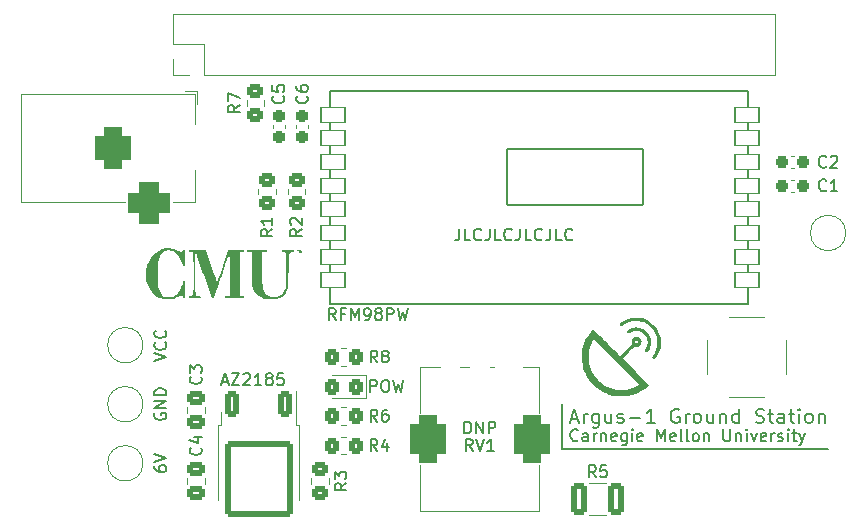
<source format=gto>
G04 #@! TF.GenerationSoftware,KiCad,Pcbnew,7.0.1*
G04 #@! TF.CreationDate,2023-11-13T16:16:04-05:00*
G04 #@! TF.ProjectId,Radio HAT,52616469-6f20-4484-9154-2e6b69636164,v1.1*
G04 #@! TF.SameCoordinates,Original*
G04 #@! TF.FileFunction,Legend,Top*
G04 #@! TF.FilePolarity,Positive*
%FSLAX46Y46*%
G04 Gerber Fmt 4.6, Leading zero omitted, Abs format (unit mm)*
G04 Created by KiCad (PCBNEW 7.0.1) date 2023-11-13 16:16:04*
%MOMM*%
%LPD*%
G01*
G04 APERTURE LIST*
G04 Aperture macros list*
%AMRoundRect*
0 Rectangle with rounded corners*
0 $1 Rounding radius*
0 $2 $3 $4 $5 $6 $7 $8 $9 X,Y pos of 4 corners*
0 Add a 4 corners polygon primitive as box body*
4,1,4,$2,$3,$4,$5,$6,$7,$8,$9,$2,$3,0*
0 Add four circle primitives for the rounded corners*
1,1,$1+$1,$2,$3*
1,1,$1+$1,$4,$5*
1,1,$1+$1,$6,$7*
1,1,$1+$1,$8,$9*
0 Add four rect primitives between the rounded corners*
20,1,$1+$1,$2,$3,$4,$5,0*
20,1,$1+$1,$4,$5,$6,$7,0*
20,1,$1+$1,$6,$7,$8,$9,0*
20,1,$1+$1,$8,$9,$2,$3,0*%
G04 Aperture macros list end*
%ADD10C,0.150000*%
%ADD11C,0.200000*%
%ADD12C,0.120000*%
%ADD13C,0.127000*%
%ADD14RoundRect,0.250000X0.350000X0.450000X-0.350000X0.450000X-0.350000X-0.450000X0.350000X-0.450000X0*%
%ADD15RoundRect,0.250000X-0.400000X-1.075000X0.400000X-1.075000X0.400000X1.075000X-0.400000X1.075000X0*%
%ADD16C,2.000000*%
%ADD17RoundRect,0.250000X0.450000X-0.350000X0.450000X0.350000X-0.450000X0.350000X-0.450000X-0.350000X0*%
%ADD18R,1.800000X1.800000*%
%ADD19C,1.800000*%
%ADD20RoundRect,0.750000X-0.750000X1.250000X-0.750000X-1.250000X0.750000X-1.250000X0.750000X1.250000X0*%
%ADD21RoundRect,0.250000X-0.475000X0.337500X-0.475000X-0.337500X0.475000X-0.337500X0.475000X0.337500X0*%
%ADD22RoundRect,0.237500X-0.237500X0.300000X-0.237500X-0.300000X0.237500X-0.300000X0.237500X0.300000X0*%
%ADD23RoundRect,0.237500X-0.300000X-0.237500X0.300000X-0.237500X0.300000X0.237500X-0.300000X0.237500X0*%
%ADD24RoundRect,0.250000X-0.450000X0.350000X-0.450000X-0.350000X0.450000X-0.350000X0.450000X0.350000X0*%
%ADD25C,2.050000*%
%ADD26C,2.250000*%
%ADD27RoundRect,0.250000X0.475000X-0.337500X0.475000X0.337500X-0.475000X0.337500X-0.475000X-0.337500X0*%
%ADD28C,0.800000*%
%ADD29C,5.400000*%
%ADD30R,1.700000X1.700000*%
%ADD31O,1.700000X1.700000*%
%ADD32RoundRect,0.250000X-0.350000X0.850000X-0.350000X-0.850000X0.350000X-0.850000X0.350000X0.850000X0*%
%ADD33RoundRect,0.249997X-2.650003X2.950003X-2.650003X-2.950003X2.650003X-2.950003X2.650003X2.950003X0*%
%ADD34RoundRect,0.063500X-1.000000X-0.650000X1.000000X-0.650000X1.000000X0.650000X-1.000000X0.650000X0*%
%ADD35RoundRect,0.063500X-5.750000X-2.350000X5.750000X-2.350000X5.750000X2.350000X-5.750000X2.350000X0*%
%ADD36R,3.500000X3.500000*%
%ADD37RoundRect,0.750000X-0.750000X-1.000000X0.750000X-1.000000X0.750000X1.000000X-0.750000X1.000000X0*%
%ADD38RoundRect,0.875000X-0.875000X-0.875000X0.875000X-0.875000X0.875000X0.875000X-0.875000X0.875000X0*%
%ADD39RoundRect,0.250000X0.325000X0.450000X-0.325000X0.450000X-0.325000X-0.450000X0.325000X-0.450000X0*%
%ADD40RoundRect,0.250000X-0.350000X-0.450000X0.350000X-0.450000X0.350000X0.450000X-0.350000X0.450000X0*%
G04 APERTURE END LIST*
D10*
X140000000Y-137250000D02*
X140000000Y-137750000D01*
X140000000Y-137750000D02*
X162500000Y-137750000D01*
X140000000Y-137250000D02*
X140000000Y-134000000D01*
X131714286Y-136462619D02*
X131714286Y-135462619D01*
X131714286Y-135462619D02*
X131952381Y-135462619D01*
X131952381Y-135462619D02*
X132095238Y-135510238D01*
X132095238Y-135510238D02*
X132190476Y-135605476D01*
X132190476Y-135605476D02*
X132238095Y-135700714D01*
X132238095Y-135700714D02*
X132285714Y-135891190D01*
X132285714Y-135891190D02*
X132285714Y-136034047D01*
X132285714Y-136034047D02*
X132238095Y-136224523D01*
X132238095Y-136224523D02*
X132190476Y-136319761D01*
X132190476Y-136319761D02*
X132095238Y-136415000D01*
X132095238Y-136415000D02*
X131952381Y-136462619D01*
X131952381Y-136462619D02*
X131714286Y-136462619D01*
X132714286Y-136462619D02*
X132714286Y-135462619D01*
X132714286Y-135462619D02*
X133285714Y-136462619D01*
X133285714Y-136462619D02*
X133285714Y-135462619D01*
X133761905Y-136462619D02*
X133761905Y-135462619D01*
X133761905Y-135462619D02*
X134142857Y-135462619D01*
X134142857Y-135462619D02*
X134238095Y-135510238D01*
X134238095Y-135510238D02*
X134285714Y-135557857D01*
X134285714Y-135557857D02*
X134333333Y-135653095D01*
X134333333Y-135653095D02*
X134333333Y-135795952D01*
X134333333Y-135795952D02*
X134285714Y-135891190D01*
X134285714Y-135891190D02*
X134238095Y-135938809D01*
X134238095Y-135938809D02*
X134142857Y-135986428D01*
X134142857Y-135986428D02*
X133761905Y-135986428D01*
X123738095Y-132962619D02*
X123738095Y-131962619D01*
X123738095Y-131962619D02*
X124119047Y-131962619D01*
X124119047Y-131962619D02*
X124214285Y-132010238D01*
X124214285Y-132010238D02*
X124261904Y-132057857D01*
X124261904Y-132057857D02*
X124309523Y-132153095D01*
X124309523Y-132153095D02*
X124309523Y-132295952D01*
X124309523Y-132295952D02*
X124261904Y-132391190D01*
X124261904Y-132391190D02*
X124214285Y-132438809D01*
X124214285Y-132438809D02*
X124119047Y-132486428D01*
X124119047Y-132486428D02*
X123738095Y-132486428D01*
X124928571Y-131962619D02*
X125119047Y-131962619D01*
X125119047Y-131962619D02*
X125214285Y-132010238D01*
X125214285Y-132010238D02*
X125309523Y-132105476D01*
X125309523Y-132105476D02*
X125357142Y-132295952D01*
X125357142Y-132295952D02*
X125357142Y-132629285D01*
X125357142Y-132629285D02*
X125309523Y-132819761D01*
X125309523Y-132819761D02*
X125214285Y-132915000D01*
X125214285Y-132915000D02*
X125119047Y-132962619D01*
X125119047Y-132962619D02*
X124928571Y-132962619D01*
X124928571Y-132962619D02*
X124833333Y-132915000D01*
X124833333Y-132915000D02*
X124738095Y-132819761D01*
X124738095Y-132819761D02*
X124690476Y-132629285D01*
X124690476Y-132629285D02*
X124690476Y-132295952D01*
X124690476Y-132295952D02*
X124738095Y-132105476D01*
X124738095Y-132105476D02*
X124833333Y-132010238D01*
X124833333Y-132010238D02*
X124928571Y-131962619D01*
X125690476Y-131962619D02*
X125928571Y-132962619D01*
X125928571Y-132962619D02*
X126119047Y-132248333D01*
X126119047Y-132248333D02*
X126309523Y-132962619D01*
X126309523Y-132962619D02*
X126547619Y-131962619D01*
X120809523Y-126877619D02*
X120476190Y-126401428D01*
X120238095Y-126877619D02*
X120238095Y-125877619D01*
X120238095Y-125877619D02*
X120619047Y-125877619D01*
X120619047Y-125877619D02*
X120714285Y-125925238D01*
X120714285Y-125925238D02*
X120761904Y-125972857D01*
X120761904Y-125972857D02*
X120809523Y-126068095D01*
X120809523Y-126068095D02*
X120809523Y-126210952D01*
X120809523Y-126210952D02*
X120761904Y-126306190D01*
X120761904Y-126306190D02*
X120714285Y-126353809D01*
X120714285Y-126353809D02*
X120619047Y-126401428D01*
X120619047Y-126401428D02*
X120238095Y-126401428D01*
X121571428Y-126353809D02*
X121238095Y-126353809D01*
X121238095Y-126877619D02*
X121238095Y-125877619D01*
X121238095Y-125877619D02*
X121714285Y-125877619D01*
X122095238Y-126877619D02*
X122095238Y-125877619D01*
X122095238Y-125877619D02*
X122428571Y-126591904D01*
X122428571Y-126591904D02*
X122761904Y-125877619D01*
X122761904Y-125877619D02*
X122761904Y-126877619D01*
X123285714Y-126877619D02*
X123476190Y-126877619D01*
X123476190Y-126877619D02*
X123571428Y-126830000D01*
X123571428Y-126830000D02*
X123619047Y-126782380D01*
X123619047Y-126782380D02*
X123714285Y-126639523D01*
X123714285Y-126639523D02*
X123761904Y-126449047D01*
X123761904Y-126449047D02*
X123761904Y-126068095D01*
X123761904Y-126068095D02*
X123714285Y-125972857D01*
X123714285Y-125972857D02*
X123666666Y-125925238D01*
X123666666Y-125925238D02*
X123571428Y-125877619D01*
X123571428Y-125877619D02*
X123380952Y-125877619D01*
X123380952Y-125877619D02*
X123285714Y-125925238D01*
X123285714Y-125925238D02*
X123238095Y-125972857D01*
X123238095Y-125972857D02*
X123190476Y-126068095D01*
X123190476Y-126068095D02*
X123190476Y-126306190D01*
X123190476Y-126306190D02*
X123238095Y-126401428D01*
X123238095Y-126401428D02*
X123285714Y-126449047D01*
X123285714Y-126449047D02*
X123380952Y-126496666D01*
X123380952Y-126496666D02*
X123571428Y-126496666D01*
X123571428Y-126496666D02*
X123666666Y-126449047D01*
X123666666Y-126449047D02*
X123714285Y-126401428D01*
X123714285Y-126401428D02*
X123761904Y-126306190D01*
X124333333Y-126306190D02*
X124238095Y-126258571D01*
X124238095Y-126258571D02*
X124190476Y-126210952D01*
X124190476Y-126210952D02*
X124142857Y-126115714D01*
X124142857Y-126115714D02*
X124142857Y-126068095D01*
X124142857Y-126068095D02*
X124190476Y-125972857D01*
X124190476Y-125972857D02*
X124238095Y-125925238D01*
X124238095Y-125925238D02*
X124333333Y-125877619D01*
X124333333Y-125877619D02*
X124523809Y-125877619D01*
X124523809Y-125877619D02*
X124619047Y-125925238D01*
X124619047Y-125925238D02*
X124666666Y-125972857D01*
X124666666Y-125972857D02*
X124714285Y-126068095D01*
X124714285Y-126068095D02*
X124714285Y-126115714D01*
X124714285Y-126115714D02*
X124666666Y-126210952D01*
X124666666Y-126210952D02*
X124619047Y-126258571D01*
X124619047Y-126258571D02*
X124523809Y-126306190D01*
X124523809Y-126306190D02*
X124333333Y-126306190D01*
X124333333Y-126306190D02*
X124238095Y-126353809D01*
X124238095Y-126353809D02*
X124190476Y-126401428D01*
X124190476Y-126401428D02*
X124142857Y-126496666D01*
X124142857Y-126496666D02*
X124142857Y-126687142D01*
X124142857Y-126687142D02*
X124190476Y-126782380D01*
X124190476Y-126782380D02*
X124238095Y-126830000D01*
X124238095Y-126830000D02*
X124333333Y-126877619D01*
X124333333Y-126877619D02*
X124523809Y-126877619D01*
X124523809Y-126877619D02*
X124619047Y-126830000D01*
X124619047Y-126830000D02*
X124666666Y-126782380D01*
X124666666Y-126782380D02*
X124714285Y-126687142D01*
X124714285Y-126687142D02*
X124714285Y-126496666D01*
X124714285Y-126496666D02*
X124666666Y-126401428D01*
X124666666Y-126401428D02*
X124619047Y-126353809D01*
X124619047Y-126353809D02*
X124523809Y-126306190D01*
X125142857Y-126877619D02*
X125142857Y-125877619D01*
X125142857Y-125877619D02*
X125523809Y-125877619D01*
X125523809Y-125877619D02*
X125619047Y-125925238D01*
X125619047Y-125925238D02*
X125666666Y-125972857D01*
X125666666Y-125972857D02*
X125714285Y-126068095D01*
X125714285Y-126068095D02*
X125714285Y-126210952D01*
X125714285Y-126210952D02*
X125666666Y-126306190D01*
X125666666Y-126306190D02*
X125619047Y-126353809D01*
X125619047Y-126353809D02*
X125523809Y-126401428D01*
X125523809Y-126401428D02*
X125142857Y-126401428D01*
X126047619Y-125877619D02*
X126285714Y-126877619D01*
X126285714Y-126877619D02*
X126476190Y-126163333D01*
X126476190Y-126163333D02*
X126666666Y-126877619D01*
X126666666Y-126877619D02*
X126904762Y-125877619D01*
X131273809Y-119127619D02*
X131273809Y-119841904D01*
X131273809Y-119841904D02*
X131226190Y-119984761D01*
X131226190Y-119984761D02*
X131130952Y-120080000D01*
X131130952Y-120080000D02*
X130988095Y-120127619D01*
X130988095Y-120127619D02*
X130892857Y-120127619D01*
X132226190Y-120127619D02*
X131750000Y-120127619D01*
X131750000Y-120127619D02*
X131750000Y-119127619D01*
X133130952Y-120032380D02*
X133083333Y-120080000D01*
X133083333Y-120080000D02*
X132940476Y-120127619D01*
X132940476Y-120127619D02*
X132845238Y-120127619D01*
X132845238Y-120127619D02*
X132702381Y-120080000D01*
X132702381Y-120080000D02*
X132607143Y-119984761D01*
X132607143Y-119984761D02*
X132559524Y-119889523D01*
X132559524Y-119889523D02*
X132511905Y-119699047D01*
X132511905Y-119699047D02*
X132511905Y-119556190D01*
X132511905Y-119556190D02*
X132559524Y-119365714D01*
X132559524Y-119365714D02*
X132607143Y-119270476D01*
X132607143Y-119270476D02*
X132702381Y-119175238D01*
X132702381Y-119175238D02*
X132845238Y-119127619D01*
X132845238Y-119127619D02*
X132940476Y-119127619D01*
X132940476Y-119127619D02*
X133083333Y-119175238D01*
X133083333Y-119175238D02*
X133130952Y-119222857D01*
X133845238Y-119127619D02*
X133845238Y-119841904D01*
X133845238Y-119841904D02*
X133797619Y-119984761D01*
X133797619Y-119984761D02*
X133702381Y-120080000D01*
X133702381Y-120080000D02*
X133559524Y-120127619D01*
X133559524Y-120127619D02*
X133464286Y-120127619D01*
X134797619Y-120127619D02*
X134321429Y-120127619D01*
X134321429Y-120127619D02*
X134321429Y-119127619D01*
X135702381Y-120032380D02*
X135654762Y-120080000D01*
X135654762Y-120080000D02*
X135511905Y-120127619D01*
X135511905Y-120127619D02*
X135416667Y-120127619D01*
X135416667Y-120127619D02*
X135273810Y-120080000D01*
X135273810Y-120080000D02*
X135178572Y-119984761D01*
X135178572Y-119984761D02*
X135130953Y-119889523D01*
X135130953Y-119889523D02*
X135083334Y-119699047D01*
X135083334Y-119699047D02*
X135083334Y-119556190D01*
X135083334Y-119556190D02*
X135130953Y-119365714D01*
X135130953Y-119365714D02*
X135178572Y-119270476D01*
X135178572Y-119270476D02*
X135273810Y-119175238D01*
X135273810Y-119175238D02*
X135416667Y-119127619D01*
X135416667Y-119127619D02*
X135511905Y-119127619D01*
X135511905Y-119127619D02*
X135654762Y-119175238D01*
X135654762Y-119175238D02*
X135702381Y-119222857D01*
X136416667Y-119127619D02*
X136416667Y-119841904D01*
X136416667Y-119841904D02*
X136369048Y-119984761D01*
X136369048Y-119984761D02*
X136273810Y-120080000D01*
X136273810Y-120080000D02*
X136130953Y-120127619D01*
X136130953Y-120127619D02*
X136035715Y-120127619D01*
X137369048Y-120127619D02*
X136892858Y-120127619D01*
X136892858Y-120127619D02*
X136892858Y-119127619D01*
X138273810Y-120032380D02*
X138226191Y-120080000D01*
X138226191Y-120080000D02*
X138083334Y-120127619D01*
X138083334Y-120127619D02*
X137988096Y-120127619D01*
X137988096Y-120127619D02*
X137845239Y-120080000D01*
X137845239Y-120080000D02*
X137750001Y-119984761D01*
X137750001Y-119984761D02*
X137702382Y-119889523D01*
X137702382Y-119889523D02*
X137654763Y-119699047D01*
X137654763Y-119699047D02*
X137654763Y-119556190D01*
X137654763Y-119556190D02*
X137702382Y-119365714D01*
X137702382Y-119365714D02*
X137750001Y-119270476D01*
X137750001Y-119270476D02*
X137845239Y-119175238D01*
X137845239Y-119175238D02*
X137988096Y-119127619D01*
X137988096Y-119127619D02*
X138083334Y-119127619D01*
X138083334Y-119127619D02*
X138226191Y-119175238D01*
X138226191Y-119175238D02*
X138273810Y-119222857D01*
X138988096Y-119127619D02*
X138988096Y-119841904D01*
X138988096Y-119841904D02*
X138940477Y-119984761D01*
X138940477Y-119984761D02*
X138845239Y-120080000D01*
X138845239Y-120080000D02*
X138702382Y-120127619D01*
X138702382Y-120127619D02*
X138607144Y-120127619D01*
X139940477Y-120127619D02*
X139464287Y-120127619D01*
X139464287Y-120127619D02*
X139464287Y-119127619D01*
X140845239Y-120032380D02*
X140797620Y-120080000D01*
X140797620Y-120080000D02*
X140654763Y-120127619D01*
X140654763Y-120127619D02*
X140559525Y-120127619D01*
X140559525Y-120127619D02*
X140416668Y-120080000D01*
X140416668Y-120080000D02*
X140321430Y-119984761D01*
X140321430Y-119984761D02*
X140273811Y-119889523D01*
X140273811Y-119889523D02*
X140226192Y-119699047D01*
X140226192Y-119699047D02*
X140226192Y-119556190D01*
X140226192Y-119556190D02*
X140273811Y-119365714D01*
X140273811Y-119365714D02*
X140321430Y-119270476D01*
X140321430Y-119270476D02*
X140416668Y-119175238D01*
X140416668Y-119175238D02*
X140559525Y-119127619D01*
X140559525Y-119127619D02*
X140654763Y-119127619D01*
X140654763Y-119127619D02*
X140797620Y-119175238D01*
X140797620Y-119175238D02*
X140845239Y-119222857D01*
X105462619Y-130333332D02*
X106462619Y-129999999D01*
X106462619Y-129999999D02*
X105462619Y-129666666D01*
X106367380Y-128761904D02*
X106415000Y-128809523D01*
X106415000Y-128809523D02*
X106462619Y-128952380D01*
X106462619Y-128952380D02*
X106462619Y-129047618D01*
X106462619Y-129047618D02*
X106415000Y-129190475D01*
X106415000Y-129190475D02*
X106319761Y-129285713D01*
X106319761Y-129285713D02*
X106224523Y-129333332D01*
X106224523Y-129333332D02*
X106034047Y-129380951D01*
X106034047Y-129380951D02*
X105891190Y-129380951D01*
X105891190Y-129380951D02*
X105700714Y-129333332D01*
X105700714Y-129333332D02*
X105605476Y-129285713D01*
X105605476Y-129285713D02*
X105510238Y-129190475D01*
X105510238Y-129190475D02*
X105462619Y-129047618D01*
X105462619Y-129047618D02*
X105462619Y-128952380D01*
X105462619Y-128952380D02*
X105510238Y-128809523D01*
X105510238Y-128809523D02*
X105557857Y-128761904D01*
X106367380Y-127761904D02*
X106415000Y-127809523D01*
X106415000Y-127809523D02*
X106462619Y-127952380D01*
X106462619Y-127952380D02*
X106462619Y-128047618D01*
X106462619Y-128047618D02*
X106415000Y-128190475D01*
X106415000Y-128190475D02*
X106319761Y-128285713D01*
X106319761Y-128285713D02*
X106224523Y-128333332D01*
X106224523Y-128333332D02*
X106034047Y-128380951D01*
X106034047Y-128380951D02*
X105891190Y-128380951D01*
X105891190Y-128380951D02*
X105700714Y-128333332D01*
X105700714Y-128333332D02*
X105605476Y-128285713D01*
X105605476Y-128285713D02*
X105510238Y-128190475D01*
X105510238Y-128190475D02*
X105462619Y-128047618D01*
X105462619Y-128047618D02*
X105462619Y-127952380D01*
X105462619Y-127952380D02*
X105510238Y-127809523D01*
X105510238Y-127809523D02*
X105557857Y-127761904D01*
X105510238Y-134761904D02*
X105462619Y-134857142D01*
X105462619Y-134857142D02*
X105462619Y-134999999D01*
X105462619Y-134999999D02*
X105510238Y-135142856D01*
X105510238Y-135142856D02*
X105605476Y-135238094D01*
X105605476Y-135238094D02*
X105700714Y-135285713D01*
X105700714Y-135285713D02*
X105891190Y-135333332D01*
X105891190Y-135333332D02*
X106034047Y-135333332D01*
X106034047Y-135333332D02*
X106224523Y-135285713D01*
X106224523Y-135285713D02*
X106319761Y-135238094D01*
X106319761Y-135238094D02*
X106415000Y-135142856D01*
X106415000Y-135142856D02*
X106462619Y-134999999D01*
X106462619Y-134999999D02*
X106462619Y-134904761D01*
X106462619Y-134904761D02*
X106415000Y-134761904D01*
X106415000Y-134761904D02*
X106367380Y-134714285D01*
X106367380Y-134714285D02*
X106034047Y-134714285D01*
X106034047Y-134714285D02*
X106034047Y-134904761D01*
X106462619Y-134285713D02*
X105462619Y-134285713D01*
X105462619Y-134285713D02*
X106462619Y-133714285D01*
X106462619Y-133714285D02*
X105462619Y-133714285D01*
X106462619Y-133238094D02*
X105462619Y-133238094D01*
X105462619Y-133238094D02*
X105462619Y-132999999D01*
X105462619Y-132999999D02*
X105510238Y-132857142D01*
X105510238Y-132857142D02*
X105605476Y-132761904D01*
X105605476Y-132761904D02*
X105700714Y-132714285D01*
X105700714Y-132714285D02*
X105891190Y-132666666D01*
X105891190Y-132666666D02*
X106034047Y-132666666D01*
X106034047Y-132666666D02*
X106224523Y-132714285D01*
X106224523Y-132714285D02*
X106319761Y-132761904D01*
X106319761Y-132761904D02*
X106415000Y-132857142D01*
X106415000Y-132857142D02*
X106462619Y-132999999D01*
X106462619Y-132999999D02*
X106462619Y-133238094D01*
X111190476Y-132091904D02*
X111666666Y-132091904D01*
X111095238Y-132377619D02*
X111428571Y-131377619D01*
X111428571Y-131377619D02*
X111761904Y-132377619D01*
X112000000Y-131377619D02*
X112666666Y-131377619D01*
X112666666Y-131377619D02*
X112000000Y-132377619D01*
X112000000Y-132377619D02*
X112666666Y-132377619D01*
X113000000Y-131472857D02*
X113047619Y-131425238D01*
X113047619Y-131425238D02*
X113142857Y-131377619D01*
X113142857Y-131377619D02*
X113380952Y-131377619D01*
X113380952Y-131377619D02*
X113476190Y-131425238D01*
X113476190Y-131425238D02*
X113523809Y-131472857D01*
X113523809Y-131472857D02*
X113571428Y-131568095D01*
X113571428Y-131568095D02*
X113571428Y-131663333D01*
X113571428Y-131663333D02*
X113523809Y-131806190D01*
X113523809Y-131806190D02*
X112952381Y-132377619D01*
X112952381Y-132377619D02*
X113571428Y-132377619D01*
X114523809Y-132377619D02*
X113952381Y-132377619D01*
X114238095Y-132377619D02*
X114238095Y-131377619D01*
X114238095Y-131377619D02*
X114142857Y-131520476D01*
X114142857Y-131520476D02*
X114047619Y-131615714D01*
X114047619Y-131615714D02*
X113952381Y-131663333D01*
X115095238Y-131806190D02*
X115000000Y-131758571D01*
X115000000Y-131758571D02*
X114952381Y-131710952D01*
X114952381Y-131710952D02*
X114904762Y-131615714D01*
X114904762Y-131615714D02*
X114904762Y-131568095D01*
X114904762Y-131568095D02*
X114952381Y-131472857D01*
X114952381Y-131472857D02*
X115000000Y-131425238D01*
X115000000Y-131425238D02*
X115095238Y-131377619D01*
X115095238Y-131377619D02*
X115285714Y-131377619D01*
X115285714Y-131377619D02*
X115380952Y-131425238D01*
X115380952Y-131425238D02*
X115428571Y-131472857D01*
X115428571Y-131472857D02*
X115476190Y-131568095D01*
X115476190Y-131568095D02*
X115476190Y-131615714D01*
X115476190Y-131615714D02*
X115428571Y-131710952D01*
X115428571Y-131710952D02*
X115380952Y-131758571D01*
X115380952Y-131758571D02*
X115285714Y-131806190D01*
X115285714Y-131806190D02*
X115095238Y-131806190D01*
X115095238Y-131806190D02*
X115000000Y-131853809D01*
X115000000Y-131853809D02*
X114952381Y-131901428D01*
X114952381Y-131901428D02*
X114904762Y-131996666D01*
X114904762Y-131996666D02*
X114904762Y-132187142D01*
X114904762Y-132187142D02*
X114952381Y-132282380D01*
X114952381Y-132282380D02*
X115000000Y-132330000D01*
X115000000Y-132330000D02*
X115095238Y-132377619D01*
X115095238Y-132377619D02*
X115285714Y-132377619D01*
X115285714Y-132377619D02*
X115380952Y-132330000D01*
X115380952Y-132330000D02*
X115428571Y-132282380D01*
X115428571Y-132282380D02*
X115476190Y-132187142D01*
X115476190Y-132187142D02*
X115476190Y-131996666D01*
X115476190Y-131996666D02*
X115428571Y-131901428D01*
X115428571Y-131901428D02*
X115380952Y-131853809D01*
X115380952Y-131853809D02*
X115285714Y-131806190D01*
X116380952Y-131377619D02*
X115904762Y-131377619D01*
X115904762Y-131377619D02*
X115857143Y-131853809D01*
X115857143Y-131853809D02*
X115904762Y-131806190D01*
X115904762Y-131806190D02*
X116000000Y-131758571D01*
X116000000Y-131758571D02*
X116238095Y-131758571D01*
X116238095Y-131758571D02*
X116333333Y-131806190D01*
X116333333Y-131806190D02*
X116380952Y-131853809D01*
X116380952Y-131853809D02*
X116428571Y-131949047D01*
X116428571Y-131949047D02*
X116428571Y-132187142D01*
X116428571Y-132187142D02*
X116380952Y-132282380D01*
X116380952Y-132282380D02*
X116333333Y-132330000D01*
X116333333Y-132330000D02*
X116238095Y-132377619D01*
X116238095Y-132377619D02*
X116000000Y-132377619D01*
X116000000Y-132377619D02*
X115904762Y-132330000D01*
X115904762Y-132330000D02*
X115857143Y-132282380D01*
D11*
X140728571Y-135260285D02*
X141300000Y-135260285D01*
X140614285Y-135603142D02*
X141014285Y-134403142D01*
X141014285Y-134403142D02*
X141414285Y-135603142D01*
X141814285Y-135603142D02*
X141814285Y-134803142D01*
X141814285Y-135031714D02*
X141871428Y-134917428D01*
X141871428Y-134917428D02*
X141928571Y-134860285D01*
X141928571Y-134860285D02*
X142042856Y-134803142D01*
X142042856Y-134803142D02*
X142157142Y-134803142D01*
X143071428Y-134803142D02*
X143071428Y-135774571D01*
X143071428Y-135774571D02*
X143014285Y-135888857D01*
X143014285Y-135888857D02*
X142957142Y-135946000D01*
X142957142Y-135946000D02*
X142842856Y-136003142D01*
X142842856Y-136003142D02*
X142671428Y-136003142D01*
X142671428Y-136003142D02*
X142557142Y-135946000D01*
X143071428Y-135546000D02*
X142957142Y-135603142D01*
X142957142Y-135603142D02*
X142728570Y-135603142D01*
X142728570Y-135603142D02*
X142614285Y-135546000D01*
X142614285Y-135546000D02*
X142557142Y-135488857D01*
X142557142Y-135488857D02*
X142499999Y-135374571D01*
X142499999Y-135374571D02*
X142499999Y-135031714D01*
X142499999Y-135031714D02*
X142557142Y-134917428D01*
X142557142Y-134917428D02*
X142614285Y-134860285D01*
X142614285Y-134860285D02*
X142728570Y-134803142D01*
X142728570Y-134803142D02*
X142957142Y-134803142D01*
X142957142Y-134803142D02*
X143071428Y-134860285D01*
X144157142Y-134803142D02*
X144157142Y-135603142D01*
X143642856Y-134803142D02*
X143642856Y-135431714D01*
X143642856Y-135431714D02*
X143699999Y-135546000D01*
X143699999Y-135546000D02*
X143814284Y-135603142D01*
X143814284Y-135603142D02*
X143985713Y-135603142D01*
X143985713Y-135603142D02*
X144099999Y-135546000D01*
X144099999Y-135546000D02*
X144157142Y-135488857D01*
X144671427Y-135546000D02*
X144785713Y-135603142D01*
X144785713Y-135603142D02*
X145014284Y-135603142D01*
X145014284Y-135603142D02*
X145128570Y-135546000D01*
X145128570Y-135546000D02*
X145185713Y-135431714D01*
X145185713Y-135431714D02*
X145185713Y-135374571D01*
X145185713Y-135374571D02*
X145128570Y-135260285D01*
X145128570Y-135260285D02*
X145014284Y-135203142D01*
X145014284Y-135203142D02*
X144842856Y-135203142D01*
X144842856Y-135203142D02*
X144728570Y-135146000D01*
X144728570Y-135146000D02*
X144671427Y-135031714D01*
X144671427Y-135031714D02*
X144671427Y-134974571D01*
X144671427Y-134974571D02*
X144728570Y-134860285D01*
X144728570Y-134860285D02*
X144842856Y-134803142D01*
X144842856Y-134803142D02*
X145014284Y-134803142D01*
X145014284Y-134803142D02*
X145128570Y-134860285D01*
X145699999Y-135146000D02*
X146614285Y-135146000D01*
X147814284Y-135603142D02*
X147128570Y-135603142D01*
X147471427Y-135603142D02*
X147471427Y-134403142D01*
X147471427Y-134403142D02*
X147357141Y-134574571D01*
X147357141Y-134574571D02*
X147242856Y-134688857D01*
X147242856Y-134688857D02*
X147128570Y-134746000D01*
X149871427Y-134460285D02*
X149757142Y-134403142D01*
X149757142Y-134403142D02*
X149585713Y-134403142D01*
X149585713Y-134403142D02*
X149414284Y-134460285D01*
X149414284Y-134460285D02*
X149299999Y-134574571D01*
X149299999Y-134574571D02*
X149242856Y-134688857D01*
X149242856Y-134688857D02*
X149185713Y-134917428D01*
X149185713Y-134917428D02*
X149185713Y-135088857D01*
X149185713Y-135088857D02*
X149242856Y-135317428D01*
X149242856Y-135317428D02*
X149299999Y-135431714D01*
X149299999Y-135431714D02*
X149414284Y-135546000D01*
X149414284Y-135546000D02*
X149585713Y-135603142D01*
X149585713Y-135603142D02*
X149699999Y-135603142D01*
X149699999Y-135603142D02*
X149871427Y-135546000D01*
X149871427Y-135546000D02*
X149928570Y-135488857D01*
X149928570Y-135488857D02*
X149928570Y-135088857D01*
X149928570Y-135088857D02*
X149699999Y-135088857D01*
X150442856Y-135603142D02*
X150442856Y-134803142D01*
X150442856Y-135031714D02*
X150499999Y-134917428D01*
X150499999Y-134917428D02*
X150557142Y-134860285D01*
X150557142Y-134860285D02*
X150671427Y-134803142D01*
X150671427Y-134803142D02*
X150785713Y-134803142D01*
X151357141Y-135603142D02*
X151242856Y-135546000D01*
X151242856Y-135546000D02*
X151185713Y-135488857D01*
X151185713Y-135488857D02*
X151128570Y-135374571D01*
X151128570Y-135374571D02*
X151128570Y-135031714D01*
X151128570Y-135031714D02*
X151185713Y-134917428D01*
X151185713Y-134917428D02*
X151242856Y-134860285D01*
X151242856Y-134860285D02*
X151357141Y-134803142D01*
X151357141Y-134803142D02*
X151528570Y-134803142D01*
X151528570Y-134803142D02*
X151642856Y-134860285D01*
X151642856Y-134860285D02*
X151699999Y-134917428D01*
X151699999Y-134917428D02*
X151757141Y-135031714D01*
X151757141Y-135031714D02*
X151757141Y-135374571D01*
X151757141Y-135374571D02*
X151699999Y-135488857D01*
X151699999Y-135488857D02*
X151642856Y-135546000D01*
X151642856Y-135546000D02*
X151528570Y-135603142D01*
X151528570Y-135603142D02*
X151357141Y-135603142D01*
X152785713Y-134803142D02*
X152785713Y-135603142D01*
X152271427Y-134803142D02*
X152271427Y-135431714D01*
X152271427Y-135431714D02*
X152328570Y-135546000D01*
X152328570Y-135546000D02*
X152442855Y-135603142D01*
X152442855Y-135603142D02*
X152614284Y-135603142D01*
X152614284Y-135603142D02*
X152728570Y-135546000D01*
X152728570Y-135546000D02*
X152785713Y-135488857D01*
X153357141Y-134803142D02*
X153357141Y-135603142D01*
X153357141Y-134917428D02*
X153414284Y-134860285D01*
X153414284Y-134860285D02*
X153528569Y-134803142D01*
X153528569Y-134803142D02*
X153699998Y-134803142D01*
X153699998Y-134803142D02*
X153814284Y-134860285D01*
X153814284Y-134860285D02*
X153871427Y-134974571D01*
X153871427Y-134974571D02*
X153871427Y-135603142D01*
X154957141Y-135603142D02*
X154957141Y-134403142D01*
X154957141Y-135546000D02*
X154842855Y-135603142D01*
X154842855Y-135603142D02*
X154614283Y-135603142D01*
X154614283Y-135603142D02*
X154499998Y-135546000D01*
X154499998Y-135546000D02*
X154442855Y-135488857D01*
X154442855Y-135488857D02*
X154385712Y-135374571D01*
X154385712Y-135374571D02*
X154385712Y-135031714D01*
X154385712Y-135031714D02*
X154442855Y-134917428D01*
X154442855Y-134917428D02*
X154499998Y-134860285D01*
X154499998Y-134860285D02*
X154614283Y-134803142D01*
X154614283Y-134803142D02*
X154842855Y-134803142D01*
X154842855Y-134803142D02*
X154957141Y-134860285D01*
X156385712Y-135546000D02*
X156557141Y-135603142D01*
X156557141Y-135603142D02*
X156842855Y-135603142D01*
X156842855Y-135603142D02*
X156957141Y-135546000D01*
X156957141Y-135546000D02*
X157014283Y-135488857D01*
X157014283Y-135488857D02*
X157071426Y-135374571D01*
X157071426Y-135374571D02*
X157071426Y-135260285D01*
X157071426Y-135260285D02*
X157014283Y-135146000D01*
X157014283Y-135146000D02*
X156957141Y-135088857D01*
X156957141Y-135088857D02*
X156842855Y-135031714D01*
X156842855Y-135031714D02*
X156614283Y-134974571D01*
X156614283Y-134974571D02*
X156499998Y-134917428D01*
X156499998Y-134917428D02*
X156442855Y-134860285D01*
X156442855Y-134860285D02*
X156385712Y-134746000D01*
X156385712Y-134746000D02*
X156385712Y-134631714D01*
X156385712Y-134631714D02*
X156442855Y-134517428D01*
X156442855Y-134517428D02*
X156499998Y-134460285D01*
X156499998Y-134460285D02*
X156614283Y-134403142D01*
X156614283Y-134403142D02*
X156899998Y-134403142D01*
X156899998Y-134403142D02*
X157071426Y-134460285D01*
X157414283Y-134803142D02*
X157871426Y-134803142D01*
X157585712Y-134403142D02*
X157585712Y-135431714D01*
X157585712Y-135431714D02*
X157642855Y-135546000D01*
X157642855Y-135546000D02*
X157757140Y-135603142D01*
X157757140Y-135603142D02*
X157871426Y-135603142D01*
X158785712Y-135603142D02*
X158785712Y-134974571D01*
X158785712Y-134974571D02*
X158728569Y-134860285D01*
X158728569Y-134860285D02*
X158614283Y-134803142D01*
X158614283Y-134803142D02*
X158385712Y-134803142D01*
X158385712Y-134803142D02*
X158271426Y-134860285D01*
X158785712Y-135546000D02*
X158671426Y-135603142D01*
X158671426Y-135603142D02*
X158385712Y-135603142D01*
X158385712Y-135603142D02*
X158271426Y-135546000D01*
X158271426Y-135546000D02*
X158214283Y-135431714D01*
X158214283Y-135431714D02*
X158214283Y-135317428D01*
X158214283Y-135317428D02*
X158271426Y-135203142D01*
X158271426Y-135203142D02*
X158385712Y-135146000D01*
X158385712Y-135146000D02*
X158671426Y-135146000D01*
X158671426Y-135146000D02*
X158785712Y-135088857D01*
X159185711Y-134803142D02*
X159642854Y-134803142D01*
X159357140Y-134403142D02*
X159357140Y-135431714D01*
X159357140Y-135431714D02*
X159414283Y-135546000D01*
X159414283Y-135546000D02*
X159528568Y-135603142D01*
X159528568Y-135603142D02*
X159642854Y-135603142D01*
X160042854Y-135603142D02*
X160042854Y-134803142D01*
X160042854Y-134403142D02*
X159985711Y-134460285D01*
X159985711Y-134460285D02*
X160042854Y-134517428D01*
X160042854Y-134517428D02*
X160099997Y-134460285D01*
X160099997Y-134460285D02*
X160042854Y-134403142D01*
X160042854Y-134403142D02*
X160042854Y-134517428D01*
X160785711Y-135603142D02*
X160671426Y-135546000D01*
X160671426Y-135546000D02*
X160614283Y-135488857D01*
X160614283Y-135488857D02*
X160557140Y-135374571D01*
X160557140Y-135374571D02*
X160557140Y-135031714D01*
X160557140Y-135031714D02*
X160614283Y-134917428D01*
X160614283Y-134917428D02*
X160671426Y-134860285D01*
X160671426Y-134860285D02*
X160785711Y-134803142D01*
X160785711Y-134803142D02*
X160957140Y-134803142D01*
X160957140Y-134803142D02*
X161071426Y-134860285D01*
X161071426Y-134860285D02*
X161128569Y-134917428D01*
X161128569Y-134917428D02*
X161185711Y-135031714D01*
X161185711Y-135031714D02*
X161185711Y-135374571D01*
X161185711Y-135374571D02*
X161128569Y-135488857D01*
X161128569Y-135488857D02*
X161071426Y-135546000D01*
X161071426Y-135546000D02*
X160957140Y-135603142D01*
X160957140Y-135603142D02*
X160785711Y-135603142D01*
X161699997Y-134803142D02*
X161699997Y-135603142D01*
X161699997Y-134917428D02*
X161757140Y-134860285D01*
X161757140Y-134860285D02*
X161871425Y-134803142D01*
X161871425Y-134803142D02*
X162042854Y-134803142D01*
X162042854Y-134803142D02*
X162157140Y-134860285D01*
X162157140Y-134860285D02*
X162214283Y-134974571D01*
X162214283Y-134974571D02*
X162214283Y-135603142D01*
D10*
X141309523Y-137032380D02*
X141261904Y-137080000D01*
X141261904Y-137080000D02*
X141119047Y-137127619D01*
X141119047Y-137127619D02*
X141023809Y-137127619D01*
X141023809Y-137127619D02*
X140880952Y-137080000D01*
X140880952Y-137080000D02*
X140785714Y-136984761D01*
X140785714Y-136984761D02*
X140738095Y-136889523D01*
X140738095Y-136889523D02*
X140690476Y-136699047D01*
X140690476Y-136699047D02*
X140690476Y-136556190D01*
X140690476Y-136556190D02*
X140738095Y-136365714D01*
X140738095Y-136365714D02*
X140785714Y-136270476D01*
X140785714Y-136270476D02*
X140880952Y-136175238D01*
X140880952Y-136175238D02*
X141023809Y-136127619D01*
X141023809Y-136127619D02*
X141119047Y-136127619D01*
X141119047Y-136127619D02*
X141261904Y-136175238D01*
X141261904Y-136175238D02*
X141309523Y-136222857D01*
X142166666Y-137127619D02*
X142166666Y-136603809D01*
X142166666Y-136603809D02*
X142119047Y-136508571D01*
X142119047Y-136508571D02*
X142023809Y-136460952D01*
X142023809Y-136460952D02*
X141833333Y-136460952D01*
X141833333Y-136460952D02*
X141738095Y-136508571D01*
X142166666Y-137080000D02*
X142071428Y-137127619D01*
X142071428Y-137127619D02*
X141833333Y-137127619D01*
X141833333Y-137127619D02*
X141738095Y-137080000D01*
X141738095Y-137080000D02*
X141690476Y-136984761D01*
X141690476Y-136984761D02*
X141690476Y-136889523D01*
X141690476Y-136889523D02*
X141738095Y-136794285D01*
X141738095Y-136794285D02*
X141833333Y-136746666D01*
X141833333Y-136746666D02*
X142071428Y-136746666D01*
X142071428Y-136746666D02*
X142166666Y-136699047D01*
X142642857Y-137127619D02*
X142642857Y-136460952D01*
X142642857Y-136651428D02*
X142690476Y-136556190D01*
X142690476Y-136556190D02*
X142738095Y-136508571D01*
X142738095Y-136508571D02*
X142833333Y-136460952D01*
X142833333Y-136460952D02*
X142928571Y-136460952D01*
X143261905Y-136460952D02*
X143261905Y-137127619D01*
X143261905Y-136556190D02*
X143309524Y-136508571D01*
X143309524Y-136508571D02*
X143404762Y-136460952D01*
X143404762Y-136460952D02*
X143547619Y-136460952D01*
X143547619Y-136460952D02*
X143642857Y-136508571D01*
X143642857Y-136508571D02*
X143690476Y-136603809D01*
X143690476Y-136603809D02*
X143690476Y-137127619D01*
X144547619Y-137080000D02*
X144452381Y-137127619D01*
X144452381Y-137127619D02*
X144261905Y-137127619D01*
X144261905Y-137127619D02*
X144166667Y-137080000D01*
X144166667Y-137080000D02*
X144119048Y-136984761D01*
X144119048Y-136984761D02*
X144119048Y-136603809D01*
X144119048Y-136603809D02*
X144166667Y-136508571D01*
X144166667Y-136508571D02*
X144261905Y-136460952D01*
X144261905Y-136460952D02*
X144452381Y-136460952D01*
X144452381Y-136460952D02*
X144547619Y-136508571D01*
X144547619Y-136508571D02*
X144595238Y-136603809D01*
X144595238Y-136603809D02*
X144595238Y-136699047D01*
X144595238Y-136699047D02*
X144119048Y-136794285D01*
X145452381Y-136460952D02*
X145452381Y-137270476D01*
X145452381Y-137270476D02*
X145404762Y-137365714D01*
X145404762Y-137365714D02*
X145357143Y-137413333D01*
X145357143Y-137413333D02*
X145261905Y-137460952D01*
X145261905Y-137460952D02*
X145119048Y-137460952D01*
X145119048Y-137460952D02*
X145023810Y-137413333D01*
X145452381Y-137080000D02*
X145357143Y-137127619D01*
X145357143Y-137127619D02*
X145166667Y-137127619D01*
X145166667Y-137127619D02*
X145071429Y-137080000D01*
X145071429Y-137080000D02*
X145023810Y-137032380D01*
X145023810Y-137032380D02*
X144976191Y-136937142D01*
X144976191Y-136937142D02*
X144976191Y-136651428D01*
X144976191Y-136651428D02*
X145023810Y-136556190D01*
X145023810Y-136556190D02*
X145071429Y-136508571D01*
X145071429Y-136508571D02*
X145166667Y-136460952D01*
X145166667Y-136460952D02*
X145357143Y-136460952D01*
X145357143Y-136460952D02*
X145452381Y-136508571D01*
X145928572Y-137127619D02*
X145928572Y-136460952D01*
X145928572Y-136127619D02*
X145880953Y-136175238D01*
X145880953Y-136175238D02*
X145928572Y-136222857D01*
X145928572Y-136222857D02*
X145976191Y-136175238D01*
X145976191Y-136175238D02*
X145928572Y-136127619D01*
X145928572Y-136127619D02*
X145928572Y-136222857D01*
X146785714Y-137080000D02*
X146690476Y-137127619D01*
X146690476Y-137127619D02*
X146500000Y-137127619D01*
X146500000Y-137127619D02*
X146404762Y-137080000D01*
X146404762Y-137080000D02*
X146357143Y-136984761D01*
X146357143Y-136984761D02*
X146357143Y-136603809D01*
X146357143Y-136603809D02*
X146404762Y-136508571D01*
X146404762Y-136508571D02*
X146500000Y-136460952D01*
X146500000Y-136460952D02*
X146690476Y-136460952D01*
X146690476Y-136460952D02*
X146785714Y-136508571D01*
X146785714Y-136508571D02*
X146833333Y-136603809D01*
X146833333Y-136603809D02*
X146833333Y-136699047D01*
X146833333Y-136699047D02*
X146357143Y-136794285D01*
X148023810Y-137127619D02*
X148023810Y-136127619D01*
X148023810Y-136127619D02*
X148357143Y-136841904D01*
X148357143Y-136841904D02*
X148690476Y-136127619D01*
X148690476Y-136127619D02*
X148690476Y-137127619D01*
X149547619Y-137080000D02*
X149452381Y-137127619D01*
X149452381Y-137127619D02*
X149261905Y-137127619D01*
X149261905Y-137127619D02*
X149166667Y-137080000D01*
X149166667Y-137080000D02*
X149119048Y-136984761D01*
X149119048Y-136984761D02*
X149119048Y-136603809D01*
X149119048Y-136603809D02*
X149166667Y-136508571D01*
X149166667Y-136508571D02*
X149261905Y-136460952D01*
X149261905Y-136460952D02*
X149452381Y-136460952D01*
X149452381Y-136460952D02*
X149547619Y-136508571D01*
X149547619Y-136508571D02*
X149595238Y-136603809D01*
X149595238Y-136603809D02*
X149595238Y-136699047D01*
X149595238Y-136699047D02*
X149119048Y-136794285D01*
X150166667Y-137127619D02*
X150071429Y-137080000D01*
X150071429Y-137080000D02*
X150023810Y-136984761D01*
X150023810Y-136984761D02*
X150023810Y-136127619D01*
X150690477Y-137127619D02*
X150595239Y-137080000D01*
X150595239Y-137080000D02*
X150547620Y-136984761D01*
X150547620Y-136984761D02*
X150547620Y-136127619D01*
X151214287Y-137127619D02*
X151119049Y-137080000D01*
X151119049Y-137080000D02*
X151071430Y-137032380D01*
X151071430Y-137032380D02*
X151023811Y-136937142D01*
X151023811Y-136937142D02*
X151023811Y-136651428D01*
X151023811Y-136651428D02*
X151071430Y-136556190D01*
X151071430Y-136556190D02*
X151119049Y-136508571D01*
X151119049Y-136508571D02*
X151214287Y-136460952D01*
X151214287Y-136460952D02*
X151357144Y-136460952D01*
X151357144Y-136460952D02*
X151452382Y-136508571D01*
X151452382Y-136508571D02*
X151500001Y-136556190D01*
X151500001Y-136556190D02*
X151547620Y-136651428D01*
X151547620Y-136651428D02*
X151547620Y-136937142D01*
X151547620Y-136937142D02*
X151500001Y-137032380D01*
X151500001Y-137032380D02*
X151452382Y-137080000D01*
X151452382Y-137080000D02*
X151357144Y-137127619D01*
X151357144Y-137127619D02*
X151214287Y-137127619D01*
X151976192Y-136460952D02*
X151976192Y-137127619D01*
X151976192Y-136556190D02*
X152023811Y-136508571D01*
X152023811Y-136508571D02*
X152119049Y-136460952D01*
X152119049Y-136460952D02*
X152261906Y-136460952D01*
X152261906Y-136460952D02*
X152357144Y-136508571D01*
X152357144Y-136508571D02*
X152404763Y-136603809D01*
X152404763Y-136603809D02*
X152404763Y-137127619D01*
X153642859Y-136127619D02*
X153642859Y-136937142D01*
X153642859Y-136937142D02*
X153690478Y-137032380D01*
X153690478Y-137032380D02*
X153738097Y-137080000D01*
X153738097Y-137080000D02*
X153833335Y-137127619D01*
X153833335Y-137127619D02*
X154023811Y-137127619D01*
X154023811Y-137127619D02*
X154119049Y-137080000D01*
X154119049Y-137080000D02*
X154166668Y-137032380D01*
X154166668Y-137032380D02*
X154214287Y-136937142D01*
X154214287Y-136937142D02*
X154214287Y-136127619D01*
X154690478Y-136460952D02*
X154690478Y-137127619D01*
X154690478Y-136556190D02*
X154738097Y-136508571D01*
X154738097Y-136508571D02*
X154833335Y-136460952D01*
X154833335Y-136460952D02*
X154976192Y-136460952D01*
X154976192Y-136460952D02*
X155071430Y-136508571D01*
X155071430Y-136508571D02*
X155119049Y-136603809D01*
X155119049Y-136603809D02*
X155119049Y-137127619D01*
X155595240Y-137127619D02*
X155595240Y-136460952D01*
X155595240Y-136127619D02*
X155547621Y-136175238D01*
X155547621Y-136175238D02*
X155595240Y-136222857D01*
X155595240Y-136222857D02*
X155642859Y-136175238D01*
X155642859Y-136175238D02*
X155595240Y-136127619D01*
X155595240Y-136127619D02*
X155595240Y-136222857D01*
X155976192Y-136460952D02*
X156214287Y-137127619D01*
X156214287Y-137127619D02*
X156452382Y-136460952D01*
X157214287Y-137080000D02*
X157119049Y-137127619D01*
X157119049Y-137127619D02*
X156928573Y-137127619D01*
X156928573Y-137127619D02*
X156833335Y-137080000D01*
X156833335Y-137080000D02*
X156785716Y-136984761D01*
X156785716Y-136984761D02*
X156785716Y-136603809D01*
X156785716Y-136603809D02*
X156833335Y-136508571D01*
X156833335Y-136508571D02*
X156928573Y-136460952D01*
X156928573Y-136460952D02*
X157119049Y-136460952D01*
X157119049Y-136460952D02*
X157214287Y-136508571D01*
X157214287Y-136508571D02*
X157261906Y-136603809D01*
X157261906Y-136603809D02*
X157261906Y-136699047D01*
X157261906Y-136699047D02*
X156785716Y-136794285D01*
X157690478Y-137127619D02*
X157690478Y-136460952D01*
X157690478Y-136651428D02*
X157738097Y-136556190D01*
X157738097Y-136556190D02*
X157785716Y-136508571D01*
X157785716Y-136508571D02*
X157880954Y-136460952D01*
X157880954Y-136460952D02*
X157976192Y-136460952D01*
X158261907Y-137080000D02*
X158357145Y-137127619D01*
X158357145Y-137127619D02*
X158547621Y-137127619D01*
X158547621Y-137127619D02*
X158642859Y-137080000D01*
X158642859Y-137080000D02*
X158690478Y-136984761D01*
X158690478Y-136984761D02*
X158690478Y-136937142D01*
X158690478Y-136937142D02*
X158642859Y-136841904D01*
X158642859Y-136841904D02*
X158547621Y-136794285D01*
X158547621Y-136794285D02*
X158404764Y-136794285D01*
X158404764Y-136794285D02*
X158309526Y-136746666D01*
X158309526Y-136746666D02*
X158261907Y-136651428D01*
X158261907Y-136651428D02*
X158261907Y-136603809D01*
X158261907Y-136603809D02*
X158309526Y-136508571D01*
X158309526Y-136508571D02*
X158404764Y-136460952D01*
X158404764Y-136460952D02*
X158547621Y-136460952D01*
X158547621Y-136460952D02*
X158642859Y-136508571D01*
X159119050Y-137127619D02*
X159119050Y-136460952D01*
X159119050Y-136127619D02*
X159071431Y-136175238D01*
X159071431Y-136175238D02*
X159119050Y-136222857D01*
X159119050Y-136222857D02*
X159166669Y-136175238D01*
X159166669Y-136175238D02*
X159119050Y-136127619D01*
X159119050Y-136127619D02*
X159119050Y-136222857D01*
X159452383Y-136460952D02*
X159833335Y-136460952D01*
X159595240Y-136127619D02*
X159595240Y-136984761D01*
X159595240Y-136984761D02*
X159642859Y-137080000D01*
X159642859Y-137080000D02*
X159738097Y-137127619D01*
X159738097Y-137127619D02*
X159833335Y-137127619D01*
X160071431Y-136460952D02*
X160309526Y-137127619D01*
X160547621Y-136460952D02*
X160309526Y-137127619D01*
X160309526Y-137127619D02*
X160214288Y-137365714D01*
X160214288Y-137365714D02*
X160166669Y-137413333D01*
X160166669Y-137413333D02*
X160071431Y-137460952D01*
X105462619Y-139238095D02*
X105462619Y-139428571D01*
X105462619Y-139428571D02*
X105510238Y-139523809D01*
X105510238Y-139523809D02*
X105557857Y-139571428D01*
X105557857Y-139571428D02*
X105700714Y-139666666D01*
X105700714Y-139666666D02*
X105891190Y-139714285D01*
X105891190Y-139714285D02*
X106272142Y-139714285D01*
X106272142Y-139714285D02*
X106367380Y-139666666D01*
X106367380Y-139666666D02*
X106415000Y-139619047D01*
X106415000Y-139619047D02*
X106462619Y-139523809D01*
X106462619Y-139523809D02*
X106462619Y-139333333D01*
X106462619Y-139333333D02*
X106415000Y-139238095D01*
X106415000Y-139238095D02*
X106367380Y-139190476D01*
X106367380Y-139190476D02*
X106272142Y-139142857D01*
X106272142Y-139142857D02*
X106034047Y-139142857D01*
X106034047Y-139142857D02*
X105938809Y-139190476D01*
X105938809Y-139190476D02*
X105891190Y-139238095D01*
X105891190Y-139238095D02*
X105843571Y-139333333D01*
X105843571Y-139333333D02*
X105843571Y-139523809D01*
X105843571Y-139523809D02*
X105891190Y-139619047D01*
X105891190Y-139619047D02*
X105938809Y-139666666D01*
X105938809Y-139666666D02*
X106034047Y-139714285D01*
X105462619Y-138857142D02*
X106462619Y-138523809D01*
X106462619Y-138523809D02*
X105462619Y-138190476D01*
X124333333Y-130462619D02*
X124000000Y-129986428D01*
X123761905Y-130462619D02*
X123761905Y-129462619D01*
X123761905Y-129462619D02*
X124142857Y-129462619D01*
X124142857Y-129462619D02*
X124238095Y-129510238D01*
X124238095Y-129510238D02*
X124285714Y-129557857D01*
X124285714Y-129557857D02*
X124333333Y-129653095D01*
X124333333Y-129653095D02*
X124333333Y-129795952D01*
X124333333Y-129795952D02*
X124285714Y-129891190D01*
X124285714Y-129891190D02*
X124238095Y-129938809D01*
X124238095Y-129938809D02*
X124142857Y-129986428D01*
X124142857Y-129986428D02*
X123761905Y-129986428D01*
X124904762Y-129891190D02*
X124809524Y-129843571D01*
X124809524Y-129843571D02*
X124761905Y-129795952D01*
X124761905Y-129795952D02*
X124714286Y-129700714D01*
X124714286Y-129700714D02*
X124714286Y-129653095D01*
X124714286Y-129653095D02*
X124761905Y-129557857D01*
X124761905Y-129557857D02*
X124809524Y-129510238D01*
X124809524Y-129510238D02*
X124904762Y-129462619D01*
X124904762Y-129462619D02*
X125095238Y-129462619D01*
X125095238Y-129462619D02*
X125190476Y-129510238D01*
X125190476Y-129510238D02*
X125238095Y-129557857D01*
X125238095Y-129557857D02*
X125285714Y-129653095D01*
X125285714Y-129653095D02*
X125285714Y-129700714D01*
X125285714Y-129700714D02*
X125238095Y-129795952D01*
X125238095Y-129795952D02*
X125190476Y-129843571D01*
X125190476Y-129843571D02*
X125095238Y-129891190D01*
X125095238Y-129891190D02*
X124904762Y-129891190D01*
X124904762Y-129891190D02*
X124809524Y-129938809D01*
X124809524Y-129938809D02*
X124761905Y-129986428D01*
X124761905Y-129986428D02*
X124714286Y-130081666D01*
X124714286Y-130081666D02*
X124714286Y-130272142D01*
X124714286Y-130272142D02*
X124761905Y-130367380D01*
X124761905Y-130367380D02*
X124809524Y-130415000D01*
X124809524Y-130415000D02*
X124904762Y-130462619D01*
X124904762Y-130462619D02*
X125095238Y-130462619D01*
X125095238Y-130462619D02*
X125190476Y-130415000D01*
X125190476Y-130415000D02*
X125238095Y-130367380D01*
X125238095Y-130367380D02*
X125285714Y-130272142D01*
X125285714Y-130272142D02*
X125285714Y-130081666D01*
X125285714Y-130081666D02*
X125238095Y-129986428D01*
X125238095Y-129986428D02*
X125190476Y-129938809D01*
X125190476Y-129938809D02*
X125095238Y-129891190D01*
X142833333Y-140182619D02*
X142500000Y-139706428D01*
X142261905Y-140182619D02*
X142261905Y-139182619D01*
X142261905Y-139182619D02*
X142642857Y-139182619D01*
X142642857Y-139182619D02*
X142738095Y-139230238D01*
X142738095Y-139230238D02*
X142785714Y-139277857D01*
X142785714Y-139277857D02*
X142833333Y-139373095D01*
X142833333Y-139373095D02*
X142833333Y-139515952D01*
X142833333Y-139515952D02*
X142785714Y-139611190D01*
X142785714Y-139611190D02*
X142738095Y-139658809D01*
X142738095Y-139658809D02*
X142642857Y-139706428D01*
X142642857Y-139706428D02*
X142261905Y-139706428D01*
X143738095Y-139182619D02*
X143261905Y-139182619D01*
X143261905Y-139182619D02*
X143214286Y-139658809D01*
X143214286Y-139658809D02*
X143261905Y-139611190D01*
X143261905Y-139611190D02*
X143357143Y-139563571D01*
X143357143Y-139563571D02*
X143595238Y-139563571D01*
X143595238Y-139563571D02*
X143690476Y-139611190D01*
X143690476Y-139611190D02*
X143738095Y-139658809D01*
X143738095Y-139658809D02*
X143785714Y-139754047D01*
X143785714Y-139754047D02*
X143785714Y-139992142D01*
X143785714Y-139992142D02*
X143738095Y-140087380D01*
X143738095Y-140087380D02*
X143690476Y-140135000D01*
X143690476Y-140135000D02*
X143595238Y-140182619D01*
X143595238Y-140182619D02*
X143357143Y-140182619D01*
X143357143Y-140182619D02*
X143261905Y-140135000D01*
X143261905Y-140135000D02*
X143214286Y-140087380D01*
X121712619Y-140666666D02*
X121236428Y-140999999D01*
X121712619Y-141238094D02*
X120712619Y-141238094D01*
X120712619Y-141238094D02*
X120712619Y-140857142D01*
X120712619Y-140857142D02*
X120760238Y-140761904D01*
X120760238Y-140761904D02*
X120807857Y-140714285D01*
X120807857Y-140714285D02*
X120903095Y-140666666D01*
X120903095Y-140666666D02*
X121045952Y-140666666D01*
X121045952Y-140666666D02*
X121141190Y-140714285D01*
X121141190Y-140714285D02*
X121188809Y-140761904D01*
X121188809Y-140761904D02*
X121236428Y-140857142D01*
X121236428Y-140857142D02*
X121236428Y-141238094D01*
X120712619Y-140333332D02*
X120712619Y-139714285D01*
X120712619Y-139714285D02*
X121093571Y-140047618D01*
X121093571Y-140047618D02*
X121093571Y-139904761D01*
X121093571Y-139904761D02*
X121141190Y-139809523D01*
X121141190Y-139809523D02*
X121188809Y-139761904D01*
X121188809Y-139761904D02*
X121284047Y-139714285D01*
X121284047Y-139714285D02*
X121522142Y-139714285D01*
X121522142Y-139714285D02*
X121617380Y-139761904D01*
X121617380Y-139761904D02*
X121665000Y-139809523D01*
X121665000Y-139809523D02*
X121712619Y-139904761D01*
X121712619Y-139904761D02*
X121712619Y-140190475D01*
X121712619Y-140190475D02*
X121665000Y-140285713D01*
X121665000Y-140285713D02*
X121617380Y-140333332D01*
X132404761Y-137962619D02*
X132071428Y-137486428D01*
X131833333Y-137962619D02*
X131833333Y-136962619D01*
X131833333Y-136962619D02*
X132214285Y-136962619D01*
X132214285Y-136962619D02*
X132309523Y-137010238D01*
X132309523Y-137010238D02*
X132357142Y-137057857D01*
X132357142Y-137057857D02*
X132404761Y-137153095D01*
X132404761Y-137153095D02*
X132404761Y-137295952D01*
X132404761Y-137295952D02*
X132357142Y-137391190D01*
X132357142Y-137391190D02*
X132309523Y-137438809D01*
X132309523Y-137438809D02*
X132214285Y-137486428D01*
X132214285Y-137486428D02*
X131833333Y-137486428D01*
X132690476Y-136962619D02*
X133023809Y-137962619D01*
X133023809Y-137962619D02*
X133357142Y-136962619D01*
X134214285Y-137962619D02*
X133642857Y-137962619D01*
X133928571Y-137962619D02*
X133928571Y-136962619D01*
X133928571Y-136962619D02*
X133833333Y-137105476D01*
X133833333Y-137105476D02*
X133738095Y-137200714D01*
X133738095Y-137200714D02*
X133642857Y-137248333D01*
X117962619Y-119166666D02*
X117486428Y-119499999D01*
X117962619Y-119738094D02*
X116962619Y-119738094D01*
X116962619Y-119738094D02*
X116962619Y-119357142D01*
X116962619Y-119357142D02*
X117010238Y-119261904D01*
X117010238Y-119261904D02*
X117057857Y-119214285D01*
X117057857Y-119214285D02*
X117153095Y-119166666D01*
X117153095Y-119166666D02*
X117295952Y-119166666D01*
X117295952Y-119166666D02*
X117391190Y-119214285D01*
X117391190Y-119214285D02*
X117438809Y-119261904D01*
X117438809Y-119261904D02*
X117486428Y-119357142D01*
X117486428Y-119357142D02*
X117486428Y-119738094D01*
X117057857Y-118785713D02*
X117010238Y-118738094D01*
X117010238Y-118738094D02*
X116962619Y-118642856D01*
X116962619Y-118642856D02*
X116962619Y-118404761D01*
X116962619Y-118404761D02*
X117010238Y-118309523D01*
X117010238Y-118309523D02*
X117057857Y-118261904D01*
X117057857Y-118261904D02*
X117153095Y-118214285D01*
X117153095Y-118214285D02*
X117248333Y-118214285D01*
X117248333Y-118214285D02*
X117391190Y-118261904D01*
X117391190Y-118261904D02*
X117962619Y-118833332D01*
X117962619Y-118833332D02*
X117962619Y-118214285D01*
X109367380Y-131666666D02*
X109415000Y-131714285D01*
X109415000Y-131714285D02*
X109462619Y-131857142D01*
X109462619Y-131857142D02*
X109462619Y-131952380D01*
X109462619Y-131952380D02*
X109415000Y-132095237D01*
X109415000Y-132095237D02*
X109319761Y-132190475D01*
X109319761Y-132190475D02*
X109224523Y-132238094D01*
X109224523Y-132238094D02*
X109034047Y-132285713D01*
X109034047Y-132285713D02*
X108891190Y-132285713D01*
X108891190Y-132285713D02*
X108700714Y-132238094D01*
X108700714Y-132238094D02*
X108605476Y-132190475D01*
X108605476Y-132190475D02*
X108510238Y-132095237D01*
X108510238Y-132095237D02*
X108462619Y-131952380D01*
X108462619Y-131952380D02*
X108462619Y-131857142D01*
X108462619Y-131857142D02*
X108510238Y-131714285D01*
X108510238Y-131714285D02*
X108557857Y-131666666D01*
X108462619Y-131333332D02*
X108462619Y-130714285D01*
X108462619Y-130714285D02*
X108843571Y-131047618D01*
X108843571Y-131047618D02*
X108843571Y-130904761D01*
X108843571Y-130904761D02*
X108891190Y-130809523D01*
X108891190Y-130809523D02*
X108938809Y-130761904D01*
X108938809Y-130761904D02*
X109034047Y-130714285D01*
X109034047Y-130714285D02*
X109272142Y-130714285D01*
X109272142Y-130714285D02*
X109367380Y-130761904D01*
X109367380Y-130761904D02*
X109415000Y-130809523D01*
X109415000Y-130809523D02*
X109462619Y-130904761D01*
X109462619Y-130904761D02*
X109462619Y-131190475D01*
X109462619Y-131190475D02*
X109415000Y-131285713D01*
X109415000Y-131285713D02*
X109367380Y-131333332D01*
X116367380Y-107916666D02*
X116415000Y-107964285D01*
X116415000Y-107964285D02*
X116462619Y-108107142D01*
X116462619Y-108107142D02*
X116462619Y-108202380D01*
X116462619Y-108202380D02*
X116415000Y-108345237D01*
X116415000Y-108345237D02*
X116319761Y-108440475D01*
X116319761Y-108440475D02*
X116224523Y-108488094D01*
X116224523Y-108488094D02*
X116034047Y-108535713D01*
X116034047Y-108535713D02*
X115891190Y-108535713D01*
X115891190Y-108535713D02*
X115700714Y-108488094D01*
X115700714Y-108488094D02*
X115605476Y-108440475D01*
X115605476Y-108440475D02*
X115510238Y-108345237D01*
X115510238Y-108345237D02*
X115462619Y-108202380D01*
X115462619Y-108202380D02*
X115462619Y-108107142D01*
X115462619Y-108107142D02*
X115510238Y-107964285D01*
X115510238Y-107964285D02*
X115557857Y-107916666D01*
X115462619Y-107011904D02*
X115462619Y-107488094D01*
X115462619Y-107488094D02*
X115938809Y-107535713D01*
X115938809Y-107535713D02*
X115891190Y-107488094D01*
X115891190Y-107488094D02*
X115843571Y-107392856D01*
X115843571Y-107392856D02*
X115843571Y-107154761D01*
X115843571Y-107154761D02*
X115891190Y-107059523D01*
X115891190Y-107059523D02*
X115938809Y-107011904D01*
X115938809Y-107011904D02*
X116034047Y-106964285D01*
X116034047Y-106964285D02*
X116272142Y-106964285D01*
X116272142Y-106964285D02*
X116367380Y-107011904D01*
X116367380Y-107011904D02*
X116415000Y-107059523D01*
X116415000Y-107059523D02*
X116462619Y-107154761D01*
X116462619Y-107154761D02*
X116462619Y-107392856D01*
X116462619Y-107392856D02*
X116415000Y-107488094D01*
X116415000Y-107488094D02*
X116367380Y-107535713D01*
X162333333Y-113867380D02*
X162285714Y-113915000D01*
X162285714Y-113915000D02*
X162142857Y-113962619D01*
X162142857Y-113962619D02*
X162047619Y-113962619D01*
X162047619Y-113962619D02*
X161904762Y-113915000D01*
X161904762Y-113915000D02*
X161809524Y-113819761D01*
X161809524Y-113819761D02*
X161761905Y-113724523D01*
X161761905Y-113724523D02*
X161714286Y-113534047D01*
X161714286Y-113534047D02*
X161714286Y-113391190D01*
X161714286Y-113391190D02*
X161761905Y-113200714D01*
X161761905Y-113200714D02*
X161809524Y-113105476D01*
X161809524Y-113105476D02*
X161904762Y-113010238D01*
X161904762Y-113010238D02*
X162047619Y-112962619D01*
X162047619Y-112962619D02*
X162142857Y-112962619D01*
X162142857Y-112962619D02*
X162285714Y-113010238D01*
X162285714Y-113010238D02*
X162333333Y-113057857D01*
X162714286Y-113057857D02*
X162761905Y-113010238D01*
X162761905Y-113010238D02*
X162857143Y-112962619D01*
X162857143Y-112962619D02*
X163095238Y-112962619D01*
X163095238Y-112962619D02*
X163190476Y-113010238D01*
X163190476Y-113010238D02*
X163238095Y-113057857D01*
X163238095Y-113057857D02*
X163285714Y-113153095D01*
X163285714Y-113153095D02*
X163285714Y-113248333D01*
X163285714Y-113248333D02*
X163238095Y-113391190D01*
X163238095Y-113391190D02*
X162666667Y-113962619D01*
X162666667Y-113962619D02*
X163285714Y-113962619D01*
X112712619Y-108666666D02*
X112236428Y-108999999D01*
X112712619Y-109238094D02*
X111712619Y-109238094D01*
X111712619Y-109238094D02*
X111712619Y-108857142D01*
X111712619Y-108857142D02*
X111760238Y-108761904D01*
X111760238Y-108761904D02*
X111807857Y-108714285D01*
X111807857Y-108714285D02*
X111903095Y-108666666D01*
X111903095Y-108666666D02*
X112045952Y-108666666D01*
X112045952Y-108666666D02*
X112141190Y-108714285D01*
X112141190Y-108714285D02*
X112188809Y-108761904D01*
X112188809Y-108761904D02*
X112236428Y-108857142D01*
X112236428Y-108857142D02*
X112236428Y-109238094D01*
X111712619Y-108333332D02*
X111712619Y-107666666D01*
X111712619Y-107666666D02*
X112712619Y-108095237D01*
X109367380Y-137666666D02*
X109415000Y-137714285D01*
X109415000Y-137714285D02*
X109462619Y-137857142D01*
X109462619Y-137857142D02*
X109462619Y-137952380D01*
X109462619Y-137952380D02*
X109415000Y-138095237D01*
X109415000Y-138095237D02*
X109319761Y-138190475D01*
X109319761Y-138190475D02*
X109224523Y-138238094D01*
X109224523Y-138238094D02*
X109034047Y-138285713D01*
X109034047Y-138285713D02*
X108891190Y-138285713D01*
X108891190Y-138285713D02*
X108700714Y-138238094D01*
X108700714Y-138238094D02*
X108605476Y-138190475D01*
X108605476Y-138190475D02*
X108510238Y-138095237D01*
X108510238Y-138095237D02*
X108462619Y-137952380D01*
X108462619Y-137952380D02*
X108462619Y-137857142D01*
X108462619Y-137857142D02*
X108510238Y-137714285D01*
X108510238Y-137714285D02*
X108557857Y-137666666D01*
X108795952Y-136809523D02*
X109462619Y-136809523D01*
X108415000Y-137047618D02*
X109129285Y-137285713D01*
X109129285Y-137285713D02*
X109129285Y-136666666D01*
X115462619Y-119166666D02*
X114986428Y-119499999D01*
X115462619Y-119738094D02*
X114462619Y-119738094D01*
X114462619Y-119738094D02*
X114462619Y-119357142D01*
X114462619Y-119357142D02*
X114510238Y-119261904D01*
X114510238Y-119261904D02*
X114557857Y-119214285D01*
X114557857Y-119214285D02*
X114653095Y-119166666D01*
X114653095Y-119166666D02*
X114795952Y-119166666D01*
X114795952Y-119166666D02*
X114891190Y-119214285D01*
X114891190Y-119214285D02*
X114938809Y-119261904D01*
X114938809Y-119261904D02*
X114986428Y-119357142D01*
X114986428Y-119357142D02*
X114986428Y-119738094D01*
X115462619Y-118214285D02*
X115462619Y-118785713D01*
X115462619Y-118499999D02*
X114462619Y-118499999D01*
X114462619Y-118499999D02*
X114605476Y-118595237D01*
X114605476Y-118595237D02*
X114700714Y-118690475D01*
X114700714Y-118690475D02*
X114748333Y-118785713D01*
X162333333Y-115867380D02*
X162285714Y-115915000D01*
X162285714Y-115915000D02*
X162142857Y-115962619D01*
X162142857Y-115962619D02*
X162047619Y-115962619D01*
X162047619Y-115962619D02*
X161904762Y-115915000D01*
X161904762Y-115915000D02*
X161809524Y-115819761D01*
X161809524Y-115819761D02*
X161761905Y-115724523D01*
X161761905Y-115724523D02*
X161714286Y-115534047D01*
X161714286Y-115534047D02*
X161714286Y-115391190D01*
X161714286Y-115391190D02*
X161761905Y-115200714D01*
X161761905Y-115200714D02*
X161809524Y-115105476D01*
X161809524Y-115105476D02*
X161904762Y-115010238D01*
X161904762Y-115010238D02*
X162047619Y-114962619D01*
X162047619Y-114962619D02*
X162142857Y-114962619D01*
X162142857Y-114962619D02*
X162285714Y-115010238D01*
X162285714Y-115010238D02*
X162333333Y-115057857D01*
X163285714Y-115962619D02*
X162714286Y-115962619D01*
X163000000Y-115962619D02*
X163000000Y-114962619D01*
X163000000Y-114962619D02*
X162904762Y-115105476D01*
X162904762Y-115105476D02*
X162809524Y-115200714D01*
X162809524Y-115200714D02*
X162714286Y-115248333D01*
X124333333Y-135462619D02*
X124000000Y-134986428D01*
X123761905Y-135462619D02*
X123761905Y-134462619D01*
X123761905Y-134462619D02*
X124142857Y-134462619D01*
X124142857Y-134462619D02*
X124238095Y-134510238D01*
X124238095Y-134510238D02*
X124285714Y-134557857D01*
X124285714Y-134557857D02*
X124333333Y-134653095D01*
X124333333Y-134653095D02*
X124333333Y-134795952D01*
X124333333Y-134795952D02*
X124285714Y-134891190D01*
X124285714Y-134891190D02*
X124238095Y-134938809D01*
X124238095Y-134938809D02*
X124142857Y-134986428D01*
X124142857Y-134986428D02*
X123761905Y-134986428D01*
X125190476Y-134462619D02*
X125000000Y-134462619D01*
X125000000Y-134462619D02*
X124904762Y-134510238D01*
X124904762Y-134510238D02*
X124857143Y-134557857D01*
X124857143Y-134557857D02*
X124761905Y-134700714D01*
X124761905Y-134700714D02*
X124714286Y-134891190D01*
X124714286Y-134891190D02*
X124714286Y-135272142D01*
X124714286Y-135272142D02*
X124761905Y-135367380D01*
X124761905Y-135367380D02*
X124809524Y-135415000D01*
X124809524Y-135415000D02*
X124904762Y-135462619D01*
X124904762Y-135462619D02*
X125095238Y-135462619D01*
X125095238Y-135462619D02*
X125190476Y-135415000D01*
X125190476Y-135415000D02*
X125238095Y-135367380D01*
X125238095Y-135367380D02*
X125285714Y-135272142D01*
X125285714Y-135272142D02*
X125285714Y-135034047D01*
X125285714Y-135034047D02*
X125238095Y-134938809D01*
X125238095Y-134938809D02*
X125190476Y-134891190D01*
X125190476Y-134891190D02*
X125095238Y-134843571D01*
X125095238Y-134843571D02*
X124904762Y-134843571D01*
X124904762Y-134843571D02*
X124809524Y-134891190D01*
X124809524Y-134891190D02*
X124761905Y-134938809D01*
X124761905Y-134938809D02*
X124714286Y-135034047D01*
X124333333Y-137962619D02*
X124000000Y-137486428D01*
X123761905Y-137962619D02*
X123761905Y-136962619D01*
X123761905Y-136962619D02*
X124142857Y-136962619D01*
X124142857Y-136962619D02*
X124238095Y-137010238D01*
X124238095Y-137010238D02*
X124285714Y-137057857D01*
X124285714Y-137057857D02*
X124333333Y-137153095D01*
X124333333Y-137153095D02*
X124333333Y-137295952D01*
X124333333Y-137295952D02*
X124285714Y-137391190D01*
X124285714Y-137391190D02*
X124238095Y-137438809D01*
X124238095Y-137438809D02*
X124142857Y-137486428D01*
X124142857Y-137486428D02*
X123761905Y-137486428D01*
X125190476Y-137295952D02*
X125190476Y-137962619D01*
X124952381Y-136915000D02*
X124714286Y-137629285D01*
X124714286Y-137629285D02*
X125333333Y-137629285D01*
X118367380Y-107916666D02*
X118415000Y-107964285D01*
X118415000Y-107964285D02*
X118462619Y-108107142D01*
X118462619Y-108107142D02*
X118462619Y-108202380D01*
X118462619Y-108202380D02*
X118415000Y-108345237D01*
X118415000Y-108345237D02*
X118319761Y-108440475D01*
X118319761Y-108440475D02*
X118224523Y-108488094D01*
X118224523Y-108488094D02*
X118034047Y-108535713D01*
X118034047Y-108535713D02*
X117891190Y-108535713D01*
X117891190Y-108535713D02*
X117700714Y-108488094D01*
X117700714Y-108488094D02*
X117605476Y-108440475D01*
X117605476Y-108440475D02*
X117510238Y-108345237D01*
X117510238Y-108345237D02*
X117462619Y-108202380D01*
X117462619Y-108202380D02*
X117462619Y-108107142D01*
X117462619Y-108107142D02*
X117510238Y-107964285D01*
X117510238Y-107964285D02*
X117557857Y-107916666D01*
X117462619Y-107059523D02*
X117462619Y-107249999D01*
X117462619Y-107249999D02*
X117510238Y-107345237D01*
X117510238Y-107345237D02*
X117557857Y-107392856D01*
X117557857Y-107392856D02*
X117700714Y-107488094D01*
X117700714Y-107488094D02*
X117891190Y-107535713D01*
X117891190Y-107535713D02*
X118272142Y-107535713D01*
X118272142Y-107535713D02*
X118367380Y-107488094D01*
X118367380Y-107488094D02*
X118415000Y-107440475D01*
X118415000Y-107440475D02*
X118462619Y-107345237D01*
X118462619Y-107345237D02*
X118462619Y-107154761D01*
X118462619Y-107154761D02*
X118415000Y-107059523D01*
X118415000Y-107059523D02*
X118367380Y-107011904D01*
X118367380Y-107011904D02*
X118272142Y-106964285D01*
X118272142Y-106964285D02*
X118034047Y-106964285D01*
X118034047Y-106964285D02*
X117938809Y-107011904D01*
X117938809Y-107011904D02*
X117891190Y-107059523D01*
X117891190Y-107059523D02*
X117843571Y-107154761D01*
X117843571Y-107154761D02*
X117843571Y-107345237D01*
X117843571Y-107345237D02*
X117891190Y-107440475D01*
X117891190Y-107440475D02*
X117938809Y-107488094D01*
X117938809Y-107488094D02*
X118034047Y-107535713D01*
D12*
X121727064Y-130735000D02*
X121272936Y-130735000D01*
X121727064Y-129265000D02*
X121272936Y-129265000D01*
X142276263Y-140645000D02*
X143723737Y-140645000D01*
X142276263Y-143355000D02*
X143723737Y-143355000D01*
X104500000Y-139000000D02*
G75*
G03*
X104500000Y-139000000I-1500000J0D01*
G01*
X104500000Y-134000000D02*
G75*
G03*
X104500000Y-134000000I-1500000J0D01*
G01*
X118765000Y-140727064D02*
X118765000Y-140272936D01*
X120235000Y-140727064D02*
X120235000Y-140272936D01*
X138021000Y-130830000D02*
X136700000Y-130830000D01*
X138021000Y-130830000D02*
X138021000Y-134767000D01*
X134250000Y-130830000D02*
X133870000Y-130830000D01*
X132129000Y-130830000D02*
X131370000Y-130830000D01*
X129630000Y-130830000D02*
X127980000Y-130830000D01*
X127980000Y-130830000D02*
X127980000Y-134767000D01*
X138021000Y-139134000D02*
X138021000Y-143070000D01*
X127980000Y-139134000D02*
X127980000Y-143070000D01*
X138021000Y-143070000D02*
X127980000Y-143070000D01*
X116765000Y-116227064D02*
X116765000Y-115772936D01*
X118235000Y-116227064D02*
X118235000Y-115772936D01*
X109735000Y-134238748D02*
X109735000Y-134761252D01*
X108265000Y-134238748D02*
X108265000Y-134761252D01*
X116510000Y-110353733D02*
X116510000Y-110646267D01*
X115490000Y-110353733D02*
X115490000Y-110646267D01*
X159353733Y-112990000D02*
X159646267Y-112990000D01*
X159353733Y-114010000D02*
X159646267Y-114010000D01*
X114735000Y-108272936D02*
X114735000Y-108727064D01*
X113265000Y-108272936D02*
X113265000Y-108727064D01*
X152245000Y-128550000D02*
X152245000Y-131450000D01*
X154150000Y-126645000D02*
X157050000Y-126645000D01*
X154150000Y-133355000D02*
X157050000Y-133355000D01*
X158955000Y-128550000D02*
X158955000Y-131450000D01*
X108265000Y-140761252D02*
X108265000Y-140238748D01*
X109735000Y-140761252D02*
X109735000Y-140238748D01*
X107070000Y-106120000D02*
X108400000Y-106120000D01*
X109670000Y-106120000D02*
X157990000Y-106120000D01*
X107070000Y-104790000D02*
X107070000Y-106120000D01*
X107070000Y-103520000D02*
X109670000Y-103520000D01*
X109670000Y-103520000D02*
X109670000Y-106120000D01*
X107070000Y-100920000D02*
X107070000Y-103520000D01*
X107070000Y-100920000D02*
X157990000Y-100920000D01*
X157990000Y-100920000D02*
X157990000Y-106120000D01*
X117730000Y-135730000D02*
X117460000Y-135730000D01*
X117460000Y-135730000D02*
X117460000Y-132900000D01*
X111100000Y-135730000D02*
X111100000Y-134630000D01*
X110830000Y-135730000D02*
X111100000Y-135730000D01*
X117730000Y-142150000D02*
X117730000Y-135730000D01*
X110830000Y-142150000D02*
X110830000Y-135730000D01*
X114265000Y-116227064D02*
X114265000Y-115772936D01*
X115735000Y-116227064D02*
X115735000Y-115772936D01*
D13*
X120300000Y-107500000D02*
X155700000Y-107500000D01*
X120300000Y-125500000D02*
X120300000Y-107500000D01*
X120300000Y-125500000D02*
X155700000Y-125500000D01*
X155700000Y-125500000D02*
X155700000Y-107500000D01*
D12*
X164000000Y-119500000D02*
G75*
G03*
X164000000Y-119500000I-1500000J0D01*
G01*
X94200000Y-107700000D02*
X108900000Y-107700000D01*
X94200000Y-116900000D02*
X94200000Y-107700000D01*
X103000000Y-116900000D02*
X94200000Y-116900000D01*
X108050000Y-107500000D02*
X109100000Y-107500000D01*
X108900000Y-107700000D02*
X108900000Y-110300000D01*
X108900000Y-114200000D02*
X108900000Y-116900000D01*
X108900000Y-116900000D02*
X107000000Y-116900000D01*
X109100000Y-108550000D02*
X109100000Y-107500000D01*
X123360000Y-133460000D02*
X123360000Y-131540000D01*
X123360000Y-131540000D02*
X120500000Y-131540000D01*
X120500000Y-133460000D02*
X123360000Y-133460000D01*
X159353733Y-114990000D02*
X159646267Y-114990000D01*
X159353733Y-116010000D02*
X159646267Y-116010000D01*
X121272936Y-134265000D02*
X121727064Y-134265000D01*
X121272936Y-135735000D02*
X121727064Y-135735000D01*
X121272936Y-136765000D02*
X121727064Y-136765000D01*
X121272936Y-138235000D02*
X121727064Y-138235000D01*
G36*
X117673007Y-120953317D02*
G01*
X117696843Y-120971937D01*
X117696849Y-120972269D01*
X117676546Y-120998174D01*
X117670168Y-120998950D01*
X117651292Y-121022098D01*
X117643488Y-121077417D01*
X117635263Y-121139033D01*
X117616807Y-121172374D01*
X117598652Y-121161102D01*
X117590323Y-121106747D01*
X117590126Y-121093907D01*
X117583528Y-121031561D01*
X117567271Y-120999930D01*
X117563446Y-120998950D01*
X117537540Y-120978646D01*
X117536765Y-120972269D01*
X117559950Y-120953536D01*
X117615811Y-120945590D01*
X117616807Y-120945588D01*
X117673007Y-120953317D01*
G37*
G36*
X117929068Y-120987340D02*
G01*
X117933954Y-121065604D01*
X117933818Y-121072322D01*
X117931060Y-121143186D01*
X117926229Y-121165013D01*
X117917257Y-121142124D01*
X117911466Y-121119013D01*
X117892271Y-121038971D01*
X117871709Y-121112343D01*
X117850461Y-121165194D01*
X117830252Y-121185714D01*
X117808866Y-121163109D01*
X117788795Y-121112343D01*
X117768234Y-121038971D01*
X117749038Y-121119013D01*
X117737589Y-121160199D01*
X117731191Y-121158571D01*
X117727777Y-121109805D01*
X117726686Y-121072322D01*
X117731332Y-120992121D01*
X117746830Y-120950949D01*
X117768185Y-120953353D01*
X117790404Y-121003881D01*
X117792615Y-121012290D01*
X117813040Y-121062231D01*
X117832636Y-121078992D01*
X117855740Y-121056386D01*
X117872657Y-121012290D01*
X117894064Y-120956408D01*
X117914320Y-120949517D01*
X117929068Y-120987340D01*
G37*
G36*
X106818479Y-120803908D02*
G01*
X106964874Y-120836743D01*
X107132013Y-120892064D01*
X107330206Y-120971758D01*
X107470653Y-121026373D01*
X107591298Y-121063297D01*
X107679532Y-121078755D01*
X107688331Y-121078992D01*
X107784269Y-121063463D01*
X107851357Y-121021722D01*
X107878271Y-120961035D01*
X107878362Y-120957023D01*
X107902405Y-120927268D01*
X107958404Y-120918908D01*
X108038446Y-120918908D01*
X108038446Y-121612605D01*
X108038446Y-122306303D01*
X107961373Y-122306303D01*
X107908480Y-122299307D01*
X107881047Y-122267969D01*
X107866122Y-122209407D01*
X107823917Y-122051780D01*
X107755784Y-121873584D01*
X107670299Y-121694952D01*
X107585019Y-121549538D01*
X107423567Y-121336084D01*
X107251655Y-121173724D01*
X107066787Y-121060788D01*
X106866468Y-120995607D01*
X106731093Y-120978304D01*
X106556233Y-120977506D01*
X106416127Y-121001362D01*
X106296247Y-121054058D01*
X106187446Y-121135016D01*
X106072649Y-121255632D01*
X105976470Y-121401056D01*
X105897940Y-121575235D01*
X105836090Y-121782112D01*
X105789951Y-122025634D01*
X105758554Y-122309746D01*
X105740932Y-122638392D01*
X105736047Y-122973320D01*
X105742544Y-123353959D01*
X105762465Y-123685899D01*
X105796479Y-123972255D01*
X105845252Y-124216141D01*
X105909455Y-124420673D01*
X105989753Y-124588964D01*
X106086817Y-124724131D01*
X106118952Y-124758335D01*
X106198421Y-124831444D01*
X106273332Y-124881292D01*
X106356932Y-124912154D01*
X106462471Y-124928305D01*
X106603198Y-124934022D01*
X106664391Y-124934349D01*
X106797475Y-124933279D01*
X106892412Y-124928277D01*
X106964400Y-124916659D01*
X107028638Y-124895740D01*
X107100327Y-124862833D01*
X107117435Y-124854307D01*
X107310206Y-124729091D01*
X107483276Y-124559959D01*
X107631484Y-124354334D01*
X107749671Y-124119643D01*
X107832677Y-123863311D01*
X107845224Y-123807091D01*
X107890526Y-123586975D01*
X107977826Y-123586975D01*
X108065126Y-123586975D01*
X108065126Y-124307353D01*
X108065126Y-125027731D01*
X107971744Y-125027731D01*
X107908967Y-125023210D01*
X107883220Y-125000643D01*
X107878362Y-124949595D01*
X107859516Y-124867549D01*
X107811199Y-124808381D01*
X107750736Y-124787605D01*
X107709179Y-124798917D01*
X107632679Y-124829369D01*
X107533767Y-124873738D01*
X107465824Y-124906368D01*
X107341860Y-124963588D01*
X107214997Y-125015821D01*
X107105737Y-125054842D01*
X107068560Y-125065698D01*
X106880613Y-125101205D01*
X106670604Y-125119207D01*
X106461726Y-125118811D01*
X106277170Y-125099124D01*
X106264181Y-125096694D01*
X105966088Y-125013203D01*
X105695577Y-124884122D01*
X105453112Y-124709820D01*
X105239157Y-124490663D01*
X105054176Y-124227020D01*
X104968145Y-124069584D01*
X104883296Y-123885459D01*
X104821933Y-123713390D01*
X104780820Y-123538409D01*
X104756719Y-123345548D01*
X104746393Y-123119838D01*
X104745478Y-123040021D01*
X104750258Y-122795442D01*
X104769805Y-122586476D01*
X104807719Y-122396554D01*
X104867603Y-122209109D01*
X104953058Y-122007572D01*
X104984154Y-121942020D01*
X105150998Y-121649331D01*
X105348344Y-121395392D01*
X105572999Y-121182561D01*
X105821768Y-121013195D01*
X106091459Y-120889652D01*
X106378878Y-120814289D01*
X106538335Y-120794609D01*
X106680432Y-120790788D01*
X106818479Y-120803908D01*
G37*
G36*
X114975420Y-121024462D02*
G01*
X114975420Y-121103335D01*
X114781985Y-121111174D01*
X114588551Y-121119013D01*
X114580490Y-122279622D01*
X114578856Y-122633980D01*
X114579390Y-122939889D01*
X114582320Y-123202225D01*
X114587875Y-123425864D01*
X114596282Y-123615684D01*
X114607771Y-123776561D01*
X114622571Y-123913371D01*
X114640909Y-124030992D01*
X114663015Y-124134299D01*
X114668435Y-124155699D01*
X114749560Y-124389002D01*
X114860247Y-124578304D01*
X115001182Y-124724478D01*
X115173052Y-124828397D01*
X115209651Y-124843588D01*
X115345025Y-124880377D01*
X115508140Y-124901101D01*
X115680031Y-124905395D01*
X115841731Y-124892894D01*
X115974278Y-124863235D01*
X115987274Y-124858525D01*
X116172744Y-124759902D01*
X116337287Y-124616914D01*
X116473888Y-124436714D01*
X116554109Y-124280672D01*
X116567687Y-124247924D01*
X116579153Y-124215991D01*
X116588711Y-124180236D01*
X116596569Y-124136021D01*
X116602930Y-124078709D01*
X116608002Y-124003661D01*
X116611988Y-123906241D01*
X116615096Y-123781811D01*
X116617529Y-123625733D01*
X116619494Y-123433369D01*
X116621196Y-123200082D01*
X116622841Y-122921235D01*
X116624035Y-122702590D01*
X116631789Y-121271251D01*
X116569104Y-121198376D01*
X116513186Y-121149261D01*
X116440241Y-121122479D01*
X116367916Y-121112192D01*
X116286982Y-121102369D01*
X116245876Y-121087329D01*
X116231178Y-121058358D01*
X116229412Y-121022236D01*
X116229412Y-120945588D01*
X116736345Y-120945588D01*
X117243277Y-120945588D01*
X117243277Y-121025630D01*
X117239725Y-121075070D01*
X117219355Y-121098336D01*
X117167602Y-121105263D01*
X117124702Y-121105672D01*
X117003935Y-121124000D01*
X116917556Y-121180957D01*
X116862439Y-121279506D01*
X116840799Y-121374728D01*
X116836530Y-121430981D01*
X116832477Y-121534486D01*
X116828739Y-121679135D01*
X116825417Y-121858821D01*
X116822609Y-122067435D01*
X116820415Y-122298868D01*
X116818935Y-122547013D01*
X116818335Y-122751891D01*
X116817123Y-123083382D01*
X116814631Y-123373782D01*
X116810907Y-123620954D01*
X116806001Y-123822762D01*
X116799961Y-123977070D01*
X116792836Y-124081741D01*
X116786902Y-124125945D01*
X116710771Y-124368242D01*
X116590866Y-124581558D01*
X116429825Y-124763248D01*
X116230289Y-124910662D01*
X115994893Y-125021153D01*
X115850889Y-125065279D01*
X115748012Y-125084620D01*
X115610500Y-125101192D01*
X115455632Y-125113873D01*
X115300689Y-125121544D01*
X115162949Y-125123085D01*
X115059694Y-125117375D01*
X115055462Y-125116842D01*
X114764949Y-125057695D01*
X114505035Y-124961605D01*
X114279234Y-124830717D01*
X114091060Y-124667174D01*
X113944027Y-124473122D01*
X113914348Y-124420544D01*
X113877517Y-124350788D01*
X113846221Y-124288479D01*
X113819977Y-124228744D01*
X113798299Y-124166708D01*
X113780706Y-124097495D01*
X113766714Y-124016232D01*
X113755839Y-123918044D01*
X113747597Y-123798055D01*
X113741506Y-123651391D01*
X113737082Y-123473177D01*
X113733841Y-123258540D01*
X113731299Y-123002603D01*
X113728974Y-122700493D01*
X113727809Y-122539759D01*
X113717370Y-121105672D01*
X113519295Y-121105672D01*
X113321219Y-121105672D01*
X113321219Y-121025630D01*
X113321219Y-120945588D01*
X114148320Y-120945588D01*
X114975420Y-120945588D01*
X114975420Y-121024462D01*
G37*
G36*
X113054412Y-121025630D02*
G01*
X113054412Y-121105672D01*
X112867647Y-121105672D01*
X112680883Y-121105672D01*
X112680883Y-122986660D01*
X112680883Y-124867647D01*
X112867647Y-124867647D01*
X113054412Y-124867647D01*
X113054412Y-124947689D01*
X113054412Y-125027731D01*
X112253992Y-125027731D01*
X111453572Y-125027731D01*
X111453572Y-124948858D01*
X111453572Y-124869985D01*
X111647006Y-124862146D01*
X111840441Y-124854307D01*
X111847297Y-123014489D01*
X111848127Y-122707328D01*
X111848299Y-122416948D01*
X111847850Y-122147573D01*
X111846816Y-121903424D01*
X111845233Y-121688723D01*
X111843139Y-121507693D01*
X111840568Y-121364555D01*
X111837558Y-121263532D01*
X111834145Y-121208847D01*
X111831676Y-121200203D01*
X111819935Y-121228443D01*
X111792103Y-121303202D01*
X111749552Y-121420573D01*
X111693655Y-121576653D01*
X111625782Y-121767535D01*
X111547305Y-121989315D01*
X111459596Y-122238087D01*
X111364027Y-122509946D01*
X111261968Y-122800988D01*
X111154792Y-123107306D01*
X111043871Y-123424997D01*
X110930576Y-123750154D01*
X110816278Y-124078873D01*
X110702349Y-124407248D01*
X110590162Y-124731374D01*
X110517254Y-124942477D01*
X110490148Y-125002068D01*
X110453005Y-125023400D01*
X110403500Y-125022519D01*
X110320169Y-125014391D01*
X109639222Y-123075269D01*
X109530839Y-122767088D01*
X109427276Y-122473509D01*
X109329926Y-122198425D01*
X109240183Y-121945733D01*
X109159439Y-121719326D01*
X109089088Y-121523099D01*
X109030523Y-121360948D01*
X108985136Y-121236767D01*
X108954322Y-121154451D01*
X108939473Y-121117895D01*
X108938592Y-121116463D01*
X108934366Y-121137743D01*
X108930696Y-121207025D01*
X108927569Y-121318949D01*
X108924978Y-121468159D01*
X108922913Y-121649297D01*
X108921363Y-121857006D01*
X108920320Y-122085927D01*
X108919773Y-122330704D01*
X108919713Y-122585978D01*
X108920131Y-122846392D01*
X108921016Y-123106589D01*
X108922359Y-123361210D01*
X108924150Y-123604899D01*
X108926380Y-123832297D01*
X108929039Y-124038048D01*
X108932118Y-124216793D01*
X108935606Y-124363175D01*
X108939495Y-124471836D01*
X108943774Y-124537419D01*
X108944763Y-124545511D01*
X108975818Y-124682364D01*
X109027053Y-124775172D01*
X109105576Y-124831627D01*
X109218495Y-124859420D01*
X109236700Y-124861390D01*
X109316634Y-124871218D01*
X109356862Y-124886626D01*
X109370935Y-124916563D01*
X109372479Y-124951084D01*
X109372479Y-125027731D01*
X108878887Y-125027731D01*
X108385294Y-125027731D01*
X108385294Y-124951099D01*
X108391458Y-124900190D01*
X108420067Y-124873805D01*
X108486296Y-124858319D01*
X108489124Y-124857864D01*
X108593564Y-124819616D01*
X108673437Y-124749595D01*
X108695673Y-124722558D01*
X108714857Y-124693137D01*
X108731191Y-124657447D01*
X108744876Y-124611602D01*
X108756114Y-124551717D01*
X108765107Y-124473905D01*
X108772056Y-124374283D01*
X108777164Y-124248963D01*
X108780632Y-124094062D01*
X108782661Y-123905692D01*
X108783454Y-123679969D01*
X108783211Y-123413008D01*
X108782136Y-123100923D01*
X108780429Y-122739828D01*
X108780192Y-122693172D01*
X108772164Y-121119013D01*
X108578729Y-121111174D01*
X108385294Y-121103335D01*
X108385294Y-121024462D01*
X108385294Y-120945588D01*
X109112343Y-120945772D01*
X109839391Y-120945955D01*
X110275415Y-122233114D01*
X110361201Y-122486037D01*
X110442652Y-122725562D01*
X110518008Y-122946554D01*
X110585506Y-123143876D01*
X110643386Y-123312393D01*
X110689888Y-123446968D01*
X110723249Y-123542465D01*
X110741708Y-123593749D01*
X110743692Y-123598825D01*
X110751515Y-123613580D01*
X110760774Y-123618415D01*
X110772923Y-123609648D01*
X110789418Y-123583594D01*
X110811714Y-123536569D01*
X110841265Y-123464891D01*
X110879526Y-123364875D01*
X110927954Y-123232837D01*
X110988002Y-123065095D01*
X111061125Y-122857964D01*
X111148779Y-122607761D01*
X111252182Y-122311482D01*
X111728420Y-120945588D01*
X112391416Y-120945588D01*
X113054412Y-120945588D01*
X113054412Y-121025630D01*
G37*
X118510000Y-110353733D02*
X118510000Y-110646267D01*
X117490000Y-110353733D02*
X117490000Y-110646267D01*
X104500000Y-129000000D02*
G75*
G03*
X104500000Y-129000000I-1500000J0D01*
G01*
G36*
X146344498Y-127503657D02*
G01*
X146445478Y-127511715D01*
X146532761Y-127524981D01*
X146565485Y-127532624D01*
X146736420Y-127591218D01*
X146892374Y-127669786D01*
X147032539Y-127766397D01*
X147156106Y-127879119D01*
X147262266Y-128006019D01*
X147350212Y-128145166D01*
X147419134Y-128294628D01*
X147468225Y-128452471D01*
X147496674Y-128616766D01*
X147503674Y-128785578D01*
X147488417Y-128956976D01*
X147450093Y-129129029D01*
X147387894Y-129299803D01*
X147343560Y-129391828D01*
X147312759Y-129444761D01*
X147280482Y-129490989D01*
X147252214Y-129522822D01*
X147247040Y-129527158D01*
X147196280Y-129553730D01*
X147138690Y-129565255D01*
X147084296Y-129560478D01*
X147059676Y-129550619D01*
X147031543Y-129525993D01*
X147006251Y-129490204D01*
X147002729Y-129483299D01*
X146988922Y-129429225D01*
X146998629Y-129372443D01*
X147032402Y-129310666D01*
X147049906Y-129287569D01*
X147087713Y-129231946D01*
X147126677Y-129159901D01*
X147162464Y-129080519D01*
X147190740Y-129002887D01*
X147198568Y-128975911D01*
X147211497Y-128904651D01*
X147218403Y-128817163D01*
X147219270Y-128722606D01*
X147214084Y-128630143D01*
X147202830Y-128548934D01*
X147199276Y-128532357D01*
X147183671Y-128479514D01*
X147159688Y-128414340D01*
X147131377Y-128347447D01*
X147117077Y-128317103D01*
X147087751Y-128260302D01*
X147059449Y-128213784D01*
X147026961Y-128170590D01*
X146985077Y-128123759D01*
X146931507Y-128069234D01*
X146813511Y-127964880D01*
X146693060Y-127885205D01*
X146566871Y-127828812D01*
X146431661Y-127794301D01*
X146284147Y-127780274D01*
X146252197Y-127779801D01*
X146109958Y-127787786D01*
X145981778Y-127813801D01*
X145861135Y-127859844D01*
X145741505Y-127927913D01*
X145719019Y-127943042D01*
X145647614Y-127983350D01*
X145585834Y-127999413D01*
X145533663Y-127991231D01*
X145491088Y-127958806D01*
X145486367Y-127952953D01*
X145469557Y-127910978D01*
X145472584Y-127859804D01*
X145493461Y-127804531D01*
X145530200Y-127750259D01*
X145580813Y-127702085D01*
X145585577Y-127698518D01*
X145652777Y-127655526D01*
X145735976Y-127611729D01*
X145825609Y-127571548D01*
X145912113Y-127539402D01*
X145960263Y-127525374D01*
X146037704Y-127511665D01*
X146132778Y-127503538D01*
X146237654Y-127500900D01*
X146344498Y-127503657D01*
G37*
G36*
X146374164Y-126669169D02*
G01*
X146479229Y-126674698D01*
X146570222Y-126683513D01*
X146617668Y-126690819D01*
X146811684Y-126738148D01*
X147008802Y-126807366D01*
X147202925Y-126895942D01*
X147387959Y-127001349D01*
X147427053Y-127026685D01*
X147518662Y-127094222D01*
X147617841Y-127179039D01*
X147719268Y-127275732D01*
X147817624Y-127378897D01*
X147907587Y-127483131D01*
X147983836Y-127583028D01*
X148004388Y-127613071D01*
X148122042Y-127810579D01*
X148216053Y-128013319D01*
X148288869Y-128226901D01*
X148314311Y-128323626D01*
X148322255Y-128359813D01*
X148328378Y-128397082D01*
X148332904Y-128439431D01*
X148336062Y-128490857D01*
X148338077Y-128555360D01*
X148339177Y-128636936D01*
X148339588Y-128739584D01*
X148339610Y-128769588D01*
X148339161Y-128890024D01*
X148337645Y-128987660D01*
X148334913Y-129065770D01*
X148330820Y-129127630D01*
X148325216Y-129176514D01*
X148319937Y-129206620D01*
X148270837Y-129391821D01*
X148201130Y-129578797D01*
X148114360Y-129759446D01*
X148014070Y-129925671D01*
X147990399Y-129959703D01*
X147948427Y-130016679D01*
X147915385Y-130056348D01*
X147886427Y-130083560D01*
X147856707Y-130103169D01*
X147837442Y-130112862D01*
X147764157Y-130137852D01*
X147701271Y-130139452D01*
X147665515Y-130127995D01*
X147640072Y-130106210D01*
X147621254Y-130076019D01*
X147612893Y-130035558D01*
X147620618Y-129989262D01*
X147645626Y-129933847D01*
X147689111Y-129866031D01*
X147706502Y-129842015D01*
X147768616Y-129749432D01*
X147831137Y-129640989D01*
X147889054Y-129526349D01*
X147937352Y-129415172D01*
X147959653Y-129354078D01*
X148017049Y-129142460D01*
X148049456Y-128930485D01*
X148057575Y-128719926D01*
X148042106Y-128512555D01*
X148003750Y-128310143D01*
X147943207Y-128114463D01*
X147861179Y-127927286D01*
X147758365Y-127750386D01*
X147635467Y-127585533D01*
X147493186Y-127434500D01*
X147332221Y-127299059D01*
X147153274Y-127180982D01*
X147085644Y-127143622D01*
X146896830Y-127058790D01*
X146699364Y-126997250D01*
X146495910Y-126958787D01*
X146289129Y-126943184D01*
X146081684Y-126950224D01*
X145876237Y-126979691D01*
X145675452Y-127031367D01*
X145481989Y-127105037D01*
X145298513Y-127200483D01*
X145148862Y-127301233D01*
X145076234Y-127350761D01*
X145015685Y-127379354D01*
X144964252Y-127387392D01*
X144918970Y-127375257D01*
X144876874Y-127343331D01*
X144870795Y-127337014D01*
X144847293Y-127295010D01*
X144848480Y-127246675D01*
X144873885Y-127192587D01*
X144923036Y-127133326D01*
X144995464Y-127069471D01*
X145090697Y-127001599D01*
X145195907Y-126937335D01*
X145385397Y-126841102D01*
X145585410Y-126764420D01*
X145800373Y-126705672D01*
X145870823Y-126690832D01*
X145946362Y-126679926D01*
X146041125Y-126672307D01*
X146148452Y-126667974D01*
X146261685Y-126666928D01*
X146374164Y-126669169D01*
G37*
G36*
X145877359Y-128710479D02*
G01*
X146161068Y-128710479D01*
X146172133Y-128764228D01*
X146201635Y-128805281D01*
X146244037Y-128831231D01*
X146293798Y-128839673D01*
X146345380Y-128828199D01*
X146380885Y-128805964D01*
X146417992Y-128760602D01*
X146429924Y-128708499D01*
X146417227Y-128651986D01*
X146386534Y-128605670D01*
X146345122Y-128578761D01*
X146298268Y-128570055D01*
X146251250Y-128578347D01*
X146209344Y-128602432D01*
X146177829Y-128641104D01*
X146161980Y-128693160D01*
X146161068Y-128710479D01*
X145877359Y-128710479D01*
X145876450Y-128676615D01*
X145885609Y-128599958D01*
X145905452Y-128535509D01*
X145906931Y-128532357D01*
X145940245Y-128480874D01*
X145989624Y-128425892D01*
X146047406Y-128374771D01*
X146105933Y-128334874D01*
X146120331Y-128327247D01*
X146156835Y-128311869D01*
X146194944Y-128302786D01*
X146243241Y-128298574D01*
X146298048Y-128297758D01*
X146381070Y-128302161D01*
X146447513Y-128317373D01*
X146505731Y-128346932D01*
X146564073Y-128394381D01*
X146592780Y-128422704D01*
X146655342Y-128503926D01*
X146694260Y-128592602D01*
X146709701Y-128685526D01*
X146701836Y-128779490D01*
X146670832Y-128871286D01*
X146616859Y-128957707D01*
X146561491Y-129016990D01*
X146478115Y-129077731D01*
X146388332Y-129114703D01*
X146294984Y-129127249D01*
X146200913Y-129114714D01*
X146174114Y-129106368D01*
X146140102Y-129094635D01*
X146118394Y-129087650D01*
X146114890Y-129086800D01*
X146105340Y-129095861D01*
X146079244Y-129121916D01*
X146038267Y-129163272D01*
X145984073Y-129218238D01*
X145918327Y-129285121D01*
X145842692Y-129362230D01*
X145758833Y-129447872D01*
X145668413Y-129540354D01*
X145612778Y-129597324D01*
X145114428Y-130107849D01*
X146241112Y-131235481D01*
X147367796Y-132363112D01*
X147263431Y-132461892D01*
X147137380Y-132572559D01*
X146992863Y-132684680D01*
X146836780Y-132793598D01*
X146676031Y-132894657D01*
X146517514Y-132983202D01*
X146418563Y-133032016D01*
X146147573Y-133143703D01*
X145867147Y-133231480D01*
X145576373Y-133295604D01*
X145365622Y-133326619D01*
X145301129Y-133331952D01*
X145216485Y-133335572D01*
X145117571Y-133337535D01*
X145010269Y-133337897D01*
X144900459Y-133336714D01*
X144794021Y-133334042D01*
X144696837Y-133329937D01*
X144614787Y-133324455D01*
X144562968Y-133318977D01*
X144269031Y-133266411D01*
X143984805Y-133189678D01*
X143710809Y-133089030D01*
X143447561Y-132964719D01*
X143195581Y-132816996D01*
X142955387Y-132646114D01*
X142727498Y-132452325D01*
X142674653Y-132402396D01*
X142470436Y-132187778D01*
X142287781Y-131958725D01*
X142127134Y-131716130D01*
X141988940Y-131460885D01*
X141873646Y-131193882D01*
X141781698Y-130916015D01*
X141713543Y-130628174D01*
X141678900Y-130410944D01*
X141669152Y-130308150D01*
X141663208Y-130187094D01*
X141660936Y-130054156D01*
X141661788Y-129961081D01*
X142221742Y-129961081D01*
X142224624Y-130131284D01*
X142235279Y-130298586D01*
X142253454Y-130454198D01*
X142265938Y-130528351D01*
X142328960Y-130792168D01*
X142415571Y-131044864D01*
X142525645Y-131286197D01*
X142659054Y-131515922D01*
X142815672Y-131733797D01*
X142995373Y-131939578D01*
X143008176Y-131952867D01*
X143198280Y-132130397D01*
X143405085Y-132288570D01*
X143626939Y-132426574D01*
X143862191Y-132543599D01*
X144109190Y-132638832D01*
X144366285Y-132711464D01*
X144631824Y-132760683D01*
X144660811Y-132764548D01*
X144731899Y-132770962D01*
X144822242Y-132775046D01*
X144925117Y-132776856D01*
X145033795Y-132776448D01*
X145141553Y-132773878D01*
X145241663Y-132769202D01*
X145327400Y-132762477D01*
X145360095Y-132758719D01*
X145626985Y-132711156D01*
X145885950Y-132639752D01*
X146134433Y-132545253D01*
X146210275Y-132510751D01*
X146275343Y-132478938D01*
X146343466Y-132443966D01*
X146408845Y-132408976D01*
X146465683Y-132377110D01*
X146508183Y-132351510D01*
X146524126Y-132340661D01*
X146515461Y-132331268D01*
X146489189Y-132304289D01*
X146446162Y-132260577D01*
X146387230Y-132200989D01*
X146313245Y-132126377D01*
X146225059Y-132037597D01*
X146123522Y-131935503D01*
X146009485Y-131820950D01*
X145883800Y-131694791D01*
X145747319Y-131557882D01*
X145600891Y-131411077D01*
X145445369Y-131255230D01*
X145281604Y-131091197D01*
X145110447Y-130919830D01*
X144932749Y-130741986D01*
X144749362Y-130558518D01*
X144595429Y-130404571D01*
X144407978Y-130217166D01*
X144225452Y-130034753D01*
X144048704Y-129858182D01*
X143878589Y-129688305D01*
X143715962Y-129525972D01*
X143561678Y-129372035D01*
X143416590Y-129227346D01*
X143281553Y-129092755D01*
X143157423Y-128969113D01*
X143045052Y-128857273D01*
X142945296Y-128758084D01*
X142859010Y-128672398D01*
X142787047Y-128601067D01*
X142730263Y-128544941D01*
X142689511Y-128504872D01*
X142665647Y-128481711D01*
X142659280Y-128475932D01*
X142631258Y-128518840D01*
X142596025Y-128580617D01*
X142556189Y-128655958D01*
X142514357Y-128739556D01*
X142473136Y-128826108D01*
X142435133Y-128910308D01*
X142402954Y-128986851D01*
X142384722Y-129034617D01*
X142347893Y-129148469D01*
X142312470Y-129278683D01*
X142280744Y-129415542D01*
X142255004Y-129549331D01*
X142240326Y-129647126D01*
X142226891Y-129796766D01*
X142221742Y-129961081D01*
X141661788Y-129961081D01*
X141662204Y-129915714D01*
X141666881Y-129778148D01*
X141674834Y-129647838D01*
X141685932Y-129531163D01*
X141698921Y-129440709D01*
X141762810Y-129152295D01*
X141850012Y-128872674D01*
X141959705Y-128603517D01*
X142091069Y-128346495D01*
X142243281Y-128103276D01*
X142415519Y-127875533D01*
X142536505Y-127738002D01*
X142632553Y-127635070D01*
X143206389Y-128214047D01*
X143329946Y-128338694D01*
X143465917Y-128475836D01*
X143610009Y-128621143D01*
X143757927Y-128770287D01*
X143905379Y-128918939D01*
X144048070Y-129062769D01*
X144181706Y-129197450D01*
X144301995Y-129318651D01*
X144320595Y-129337389D01*
X144418804Y-129436426D01*
X144511616Y-129530217D01*
X144597381Y-129617081D01*
X144674448Y-129695339D01*
X144741169Y-129763309D01*
X144795893Y-129819312D01*
X144836971Y-129861667D01*
X144862753Y-129888695D01*
X144871487Y-129898478D01*
X144881043Y-129895423D01*
X144904694Y-129877340D01*
X144942994Y-129843703D01*
X144996499Y-129793986D01*
X145065763Y-129727662D01*
X145151342Y-129644206D01*
X145253790Y-129543091D01*
X145373664Y-129423791D01*
X145397837Y-129399643D01*
X145913666Y-128884084D01*
X145892427Y-128821752D01*
X145878535Y-128754279D01*
X145877359Y-128710479D01*
G37*
%LPC*%
D14*
X122500000Y-130000000D03*
X120500000Y-130000000D03*
D15*
X141450000Y-142000000D03*
X144550000Y-142000000D03*
D16*
X103000000Y-139000000D03*
X103000000Y-134000000D03*
D17*
X119500000Y-141500000D03*
X119500000Y-139500000D03*
D18*
X135500000Y-129950000D03*
D19*
X133000000Y-129950000D03*
X130500000Y-129950000D03*
D20*
X137400000Y-136950000D03*
X128600000Y-136950000D03*
D17*
X117500000Y-117000000D03*
X117500000Y-115000000D03*
D21*
X109000000Y-133462500D03*
X109000000Y-135537500D03*
D22*
X116000000Y-109637500D03*
X116000000Y-111362500D03*
D23*
X158637500Y-113500000D03*
X160362500Y-113500000D03*
D24*
X114000000Y-107500000D03*
X114000000Y-109500000D03*
D25*
X155600000Y-130000000D03*
D26*
X153060000Y-127460000D03*
X153060000Y-132540000D03*
X158140000Y-127460000D03*
X158140000Y-132540000D03*
D27*
X109000000Y-141537500D03*
X109000000Y-139462500D03*
D28*
X159475000Y-103500000D03*
X160068109Y-102068109D03*
X160068109Y-104931891D03*
X161500000Y-101475000D03*
D29*
X161500000Y-103500000D03*
D28*
X161500000Y-105525000D03*
X162931891Y-102068109D03*
X162931891Y-104931891D03*
X163525000Y-103500000D03*
D30*
X108400000Y-104790000D03*
D31*
X108400000Y-102250000D03*
X110940000Y-104790000D03*
X110940000Y-102250000D03*
X113480000Y-104790000D03*
X113480000Y-102250000D03*
X116020000Y-104790000D03*
X116020000Y-102250000D03*
X118560000Y-104790000D03*
X118560000Y-102250000D03*
X121100000Y-104790000D03*
X121100000Y-102250000D03*
X123640000Y-104790000D03*
X123640000Y-102250000D03*
X126180000Y-104790000D03*
X126180000Y-102250000D03*
X128720000Y-104790000D03*
X128720000Y-102250000D03*
X131260000Y-104790000D03*
X131260000Y-102250000D03*
X133800000Y-104790000D03*
X133800000Y-102250000D03*
X136340000Y-104790000D03*
X136340000Y-102250000D03*
X138880000Y-104790000D03*
X138880000Y-102250000D03*
X141420000Y-104790000D03*
X141420000Y-102250000D03*
X143960000Y-104790000D03*
X143960000Y-102250000D03*
X146500000Y-104790000D03*
X146500000Y-102250000D03*
X149040000Y-104790000D03*
X149040000Y-102250000D03*
X151580000Y-104790000D03*
X151580000Y-102250000D03*
X154120000Y-104790000D03*
X154120000Y-102250000D03*
X156660000Y-104790000D03*
X156660000Y-102250000D03*
D32*
X116560000Y-134000000D03*
D33*
X114280000Y-140300000D03*
D32*
X112000000Y-134000000D03*
D17*
X115000000Y-117000000D03*
X115000000Y-115000000D03*
D34*
X155600000Y-123500000D03*
X155600000Y-121500000D03*
X155600000Y-119500000D03*
X155600000Y-117500000D03*
X155600000Y-115500000D03*
X155600000Y-113500000D03*
X155600000Y-111500000D03*
X155600000Y-109500000D03*
X120600000Y-109500000D03*
X120600000Y-111500000D03*
X120600000Y-113500000D03*
X120600000Y-115500000D03*
X120600000Y-117500000D03*
X120600000Y-119500000D03*
X120600000Y-121500000D03*
X120600000Y-123500000D03*
D35*
X141032500Y-114750000D03*
D16*
X162500000Y-119500000D03*
D36*
X108000000Y-112300000D03*
D37*
X102000000Y-112300000D03*
D38*
X105000000Y-117000000D03*
D39*
X122525000Y-132500000D03*
X120475000Y-132500000D03*
D23*
X158637500Y-115500000D03*
X160362500Y-115500000D03*
D40*
X120500000Y-135000000D03*
X122500000Y-135000000D03*
X120500000Y-137500000D03*
X122500000Y-137500000D03*
D22*
X118000000Y-109637500D03*
X118000000Y-111362500D03*
D16*
X103000000Y-129000000D03*
D28*
X101475000Y-103500000D03*
X102068109Y-102068109D03*
X102068109Y-104931891D03*
X103500000Y-101475000D03*
D29*
X103500000Y-103500000D03*
D28*
X103500000Y-105525000D03*
X104931891Y-102068109D03*
X104931891Y-104931891D03*
X105525000Y-103500000D03*
M02*

</source>
